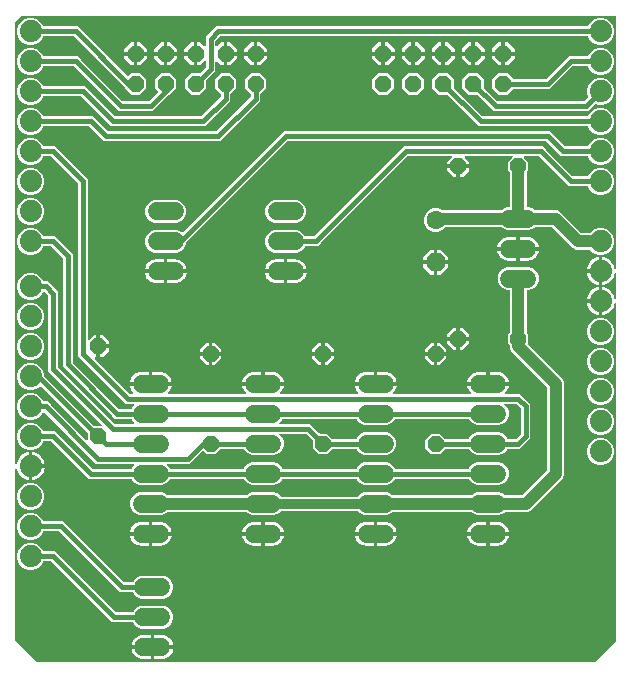
<source format=gbr>
G04 EAGLE Gerber RS-274X export*
G75*
%MOMM*%
%FSLAX34Y34*%
%LPD*%
%INBottom Copper*%
%IPPOS*%
%AMOC8*
5,1,8,0,0,1.08239X$1,22.5*%
G01*
%ADD10C,1.524000*%
%ADD11P,1.429621X8X22.500000*%
%ADD12P,1.732040X8X292.500000*%
%ADD13C,1.600200*%
%ADD14P,1.429621X8X202.500000*%
%ADD15P,1.539592X8X202.500000*%
%ADD16C,1.879600*%
%ADD17P,1.429621X8X292.500000*%
%ADD18C,1.016000*%
%ADD19C,0.254000*%
%ADD20C,0.812800*%
%ADD21C,0.406400*%

G36*
X502724Y12207D02*
X502724Y12207D01*
X502815Y12215D01*
X502845Y12227D01*
X502877Y12232D01*
X502958Y12275D01*
X503042Y12311D01*
X503074Y12337D01*
X503094Y12348D01*
X503117Y12371D01*
X503173Y12416D01*
X520984Y30227D01*
X521037Y30301D01*
X521097Y30371D01*
X521109Y30401D01*
X521128Y30427D01*
X521155Y30514D01*
X521189Y30599D01*
X521193Y30640D01*
X521200Y30662D01*
X521199Y30694D01*
X521207Y30766D01*
X521207Y314897D01*
X521197Y314960D01*
X521197Y315024D01*
X521177Y315081D01*
X521168Y315140D01*
X521138Y315196D01*
X521117Y315257D01*
X521080Y315304D01*
X521052Y315357D01*
X521006Y315401D01*
X520967Y315452D01*
X520918Y315485D01*
X520874Y315527D01*
X520816Y315554D01*
X520763Y315589D01*
X520705Y315605D01*
X520651Y315630D01*
X520587Y315637D01*
X520526Y315654D01*
X520466Y315651D01*
X520407Y315657D01*
X520344Y315644D01*
X520280Y315640D01*
X520225Y315618D01*
X520166Y315605D01*
X520111Y315572D01*
X520052Y315549D01*
X520007Y315510D01*
X519955Y315479D01*
X519914Y315430D01*
X519865Y315389D01*
X519834Y315338D01*
X519795Y315292D01*
X519771Y315233D01*
X519738Y315178D01*
X519716Y315095D01*
X519703Y315064D01*
X519701Y315040D01*
X519694Y315016D01*
X519645Y314704D01*
X519064Y312917D01*
X518211Y311243D01*
X517106Y309722D01*
X515778Y308394D01*
X514257Y307289D01*
X512583Y306436D01*
X510796Y305855D01*
X509523Y305654D01*
X509523Y316738D01*
X509520Y316758D01*
X509522Y316777D01*
X509500Y316879D01*
X509483Y316981D01*
X509474Y316998D01*
X509470Y317018D01*
X509417Y317107D01*
X509368Y317198D01*
X509354Y317212D01*
X509344Y317229D01*
X509265Y317296D01*
X509190Y317367D01*
X509172Y317376D01*
X509157Y317389D01*
X509061Y317427D01*
X508967Y317471D01*
X508947Y317473D01*
X508929Y317481D01*
X508762Y317499D01*
X507999Y317499D01*
X507999Y317501D01*
X508762Y317501D01*
X508782Y317504D01*
X508801Y317502D01*
X508903Y317524D01*
X509005Y317541D01*
X509022Y317550D01*
X509042Y317554D01*
X509131Y317607D01*
X509222Y317656D01*
X509236Y317670D01*
X509253Y317680D01*
X509320Y317759D01*
X509391Y317834D01*
X509400Y317852D01*
X509413Y317867D01*
X509452Y317963D01*
X509495Y318057D01*
X509497Y318077D01*
X509505Y318095D01*
X509523Y318262D01*
X509523Y329346D01*
X510796Y329145D01*
X512583Y328564D01*
X514257Y327711D01*
X515778Y326606D01*
X517106Y325278D01*
X518211Y323757D01*
X519064Y322083D01*
X519645Y320296D01*
X519694Y319984D01*
X519714Y319923D01*
X519725Y319860D01*
X519753Y319807D01*
X519771Y319750D01*
X519810Y319699D01*
X519840Y319643D01*
X519883Y319601D01*
X519919Y319554D01*
X519972Y319517D01*
X520018Y319473D01*
X520072Y319448D01*
X520122Y319414D01*
X520183Y319397D01*
X520241Y319370D01*
X520301Y319363D01*
X520358Y319347D01*
X520422Y319350D01*
X520485Y319343D01*
X520544Y319355D01*
X520604Y319358D01*
X520663Y319381D01*
X520726Y319395D01*
X520777Y319426D01*
X520833Y319447D01*
X520882Y319488D01*
X520937Y319521D01*
X520976Y319567D01*
X521022Y319605D01*
X521055Y319659D01*
X521097Y319708D01*
X521119Y319764D01*
X521151Y319815D01*
X521165Y319877D01*
X521189Y319936D01*
X521198Y320022D01*
X521206Y320054D01*
X521205Y320078D01*
X521207Y320103D01*
X521207Y340297D01*
X521204Y340315D01*
X521206Y340331D01*
X521197Y340374D01*
X521197Y340424D01*
X521177Y340481D01*
X521168Y340540D01*
X521156Y340561D01*
X521154Y340571D01*
X521136Y340602D01*
X521117Y340657D01*
X521080Y340704D01*
X521052Y340757D01*
X521030Y340779D01*
X521028Y340782D01*
X521010Y340798D01*
X521006Y340801D01*
X520967Y340852D01*
X520918Y340885D01*
X520874Y340927D01*
X520841Y340942D01*
X520838Y340944D01*
X520816Y340954D01*
X520763Y340989D01*
X520705Y341005D01*
X520651Y341030D01*
X520587Y341037D01*
X520526Y341054D01*
X520466Y341051D01*
X520407Y341057D01*
X520344Y341044D01*
X520280Y341040D01*
X520225Y341018D01*
X520166Y341005D01*
X520111Y340972D01*
X520052Y340949D01*
X520007Y340910D01*
X520001Y340906D01*
X519985Y340898D01*
X519983Y340895D01*
X519955Y340879D01*
X519914Y340830D01*
X519865Y340789D01*
X519836Y340742D01*
X519816Y340720D01*
X519812Y340712D01*
X519795Y340692D01*
X519771Y340633D01*
X519738Y340578D01*
X519722Y340518D01*
X519712Y340496D01*
X519710Y340482D01*
X519703Y340464D01*
X519701Y340440D01*
X519694Y340416D01*
X519645Y340104D01*
X519064Y338317D01*
X518211Y336643D01*
X517106Y335122D01*
X515778Y333794D01*
X514257Y332689D01*
X512583Y331836D01*
X510796Y331255D01*
X509523Y331054D01*
X509523Y342138D01*
X509520Y342158D01*
X509522Y342177D01*
X509500Y342279D01*
X509483Y342381D01*
X509474Y342398D01*
X509470Y342418D01*
X509417Y342507D01*
X509368Y342598D01*
X509354Y342612D01*
X509344Y342629D01*
X509265Y342696D01*
X509190Y342767D01*
X509172Y342776D01*
X509157Y342789D01*
X509061Y342827D01*
X508967Y342871D01*
X508947Y342873D01*
X508929Y342881D01*
X508762Y342899D01*
X507999Y342899D01*
X507999Y342901D01*
X508762Y342901D01*
X508782Y342904D01*
X508801Y342902D01*
X508903Y342924D01*
X509005Y342941D01*
X509022Y342950D01*
X509042Y342954D01*
X509131Y343007D01*
X509222Y343056D01*
X509236Y343070D01*
X509253Y343080D01*
X509320Y343159D01*
X509391Y343234D01*
X509400Y343252D01*
X509413Y343267D01*
X509452Y343363D01*
X509495Y343457D01*
X509497Y343477D01*
X509505Y343495D01*
X509523Y343662D01*
X509523Y354746D01*
X510796Y354545D01*
X512583Y353964D01*
X514257Y353111D01*
X515778Y352006D01*
X517106Y350678D01*
X518211Y349157D01*
X519064Y347483D01*
X519645Y345696D01*
X519694Y345384D01*
X519714Y345323D01*
X519725Y345260D01*
X519753Y345207D01*
X519771Y345150D01*
X519810Y345099D01*
X519840Y345043D01*
X519883Y345001D01*
X519919Y344954D01*
X519972Y344917D01*
X520018Y344873D01*
X520072Y344848D01*
X520122Y344814D01*
X520183Y344797D01*
X520241Y344770D01*
X520301Y344763D01*
X520358Y344747D01*
X520422Y344750D01*
X520485Y344743D01*
X520544Y344755D01*
X520604Y344758D01*
X520663Y344781D01*
X520726Y344795D01*
X520777Y344826D01*
X520833Y344847D01*
X520882Y344888D01*
X520937Y344921D01*
X520976Y344967D01*
X521022Y345005D01*
X521055Y345059D01*
X521097Y345108D01*
X521119Y345164D01*
X521151Y345215D01*
X521165Y345277D01*
X521189Y345336D01*
X521198Y345422D01*
X521206Y345454D01*
X521205Y345478D01*
X521207Y345503D01*
X521207Y558546D01*
X521204Y558566D01*
X521206Y558585D01*
X521184Y558687D01*
X521168Y558789D01*
X521158Y558806D01*
X521154Y558826D01*
X521101Y558915D01*
X521052Y559006D01*
X521038Y559020D01*
X521028Y559037D01*
X520949Y559104D01*
X520874Y559176D01*
X520856Y559184D01*
X520841Y559197D01*
X520745Y559236D01*
X520651Y559279D01*
X520631Y559281D01*
X520613Y559289D01*
X520446Y559307D01*
X18066Y559307D01*
X17976Y559293D01*
X17885Y559285D01*
X17855Y559273D01*
X17823Y559268D01*
X17742Y559225D01*
X17658Y559189D01*
X17626Y559163D01*
X17606Y559152D01*
X17583Y559129D01*
X17527Y559084D01*
X12416Y553973D01*
X12373Y553913D01*
X12332Y553870D01*
X12325Y553854D01*
X12303Y553829D01*
X12291Y553799D01*
X12272Y553773D01*
X12245Y553686D01*
X12239Y553670D01*
X12228Y553646D01*
X12228Y553641D01*
X12211Y553601D01*
X12207Y553560D01*
X12200Y553538D01*
X12201Y553506D01*
X12193Y553434D01*
X12193Y180403D01*
X12194Y180394D01*
X12194Y180390D01*
X12198Y180368D01*
X12203Y180340D01*
X12203Y180276D01*
X12223Y180219D01*
X12232Y180160D01*
X12262Y180104D01*
X12283Y180043D01*
X12320Y179996D01*
X12348Y179943D01*
X12394Y179899D01*
X12433Y179848D01*
X12483Y179815D01*
X12526Y179773D01*
X12584Y179746D01*
X12637Y179711D01*
X12695Y179695D01*
X12749Y179670D01*
X12812Y179663D01*
X12874Y179646D01*
X12934Y179649D01*
X12993Y179643D01*
X13056Y179656D01*
X13120Y179660D01*
X13175Y179682D01*
X13234Y179695D01*
X13289Y179728D01*
X13348Y179751D01*
X13394Y179790D01*
X13445Y179821D01*
X13486Y179870D01*
X13535Y179911D01*
X13566Y179962D01*
X13605Y180008D01*
X13629Y180067D01*
X13662Y180122D01*
X13684Y180205D01*
X13697Y180236D01*
X13699Y180260D01*
X13706Y180284D01*
X13755Y180596D01*
X14336Y182383D01*
X15189Y184057D01*
X16294Y185578D01*
X17622Y186906D01*
X19143Y188011D01*
X20817Y188864D01*
X22604Y189445D01*
X23877Y189646D01*
X23877Y178562D01*
X23880Y178542D01*
X23878Y178523D01*
X23900Y178421D01*
X23917Y178319D01*
X23926Y178302D01*
X23930Y178282D01*
X23983Y178193D01*
X24032Y178102D01*
X24046Y178088D01*
X24056Y178071D01*
X24135Y178004D01*
X24210Y177933D01*
X24228Y177924D01*
X24243Y177911D01*
X24339Y177873D01*
X24433Y177829D01*
X24453Y177827D01*
X24471Y177819D01*
X24638Y177801D01*
X25401Y177801D01*
X25401Y177799D01*
X24638Y177799D01*
X24618Y177796D01*
X24599Y177798D01*
X24497Y177776D01*
X24395Y177759D01*
X24378Y177750D01*
X24358Y177746D01*
X24269Y177693D01*
X24178Y177644D01*
X24164Y177630D01*
X24147Y177620D01*
X24080Y177541D01*
X24009Y177466D01*
X24000Y177448D01*
X23987Y177433D01*
X23948Y177337D01*
X23905Y177243D01*
X23903Y177223D01*
X23895Y177205D01*
X23877Y177038D01*
X23877Y165954D01*
X22604Y166155D01*
X20817Y166736D01*
X19143Y167589D01*
X17622Y168694D01*
X16294Y170022D01*
X15189Y171543D01*
X14336Y173217D01*
X13755Y175004D01*
X13706Y175316D01*
X13686Y175377D01*
X13675Y175440D01*
X13648Y175493D01*
X13629Y175550D01*
X13590Y175601D01*
X13560Y175657D01*
X13517Y175698D01*
X13481Y175746D01*
X13428Y175783D01*
X13382Y175827D01*
X13328Y175852D01*
X13278Y175886D01*
X13217Y175903D01*
X13159Y175930D01*
X13099Y175937D01*
X13042Y175953D01*
X12978Y175950D01*
X12915Y175957D01*
X12856Y175945D01*
X12796Y175942D01*
X12737Y175919D01*
X12674Y175905D01*
X12623Y175874D01*
X12567Y175853D01*
X12518Y175812D01*
X12463Y175779D01*
X12424Y175733D01*
X12378Y175695D01*
X12345Y175641D01*
X12303Y175592D01*
X12281Y175536D01*
X12249Y175485D01*
X12235Y175423D01*
X12211Y175364D01*
X12202Y175278D01*
X12194Y175246D01*
X12195Y175221D01*
X12193Y175197D01*
X12193Y30766D01*
X12207Y30676D01*
X12215Y30585D01*
X12227Y30555D01*
X12232Y30523D01*
X12275Y30442D01*
X12311Y30358D01*
X12337Y30326D01*
X12348Y30306D01*
X12371Y30283D01*
X12416Y30227D01*
X19500Y23144D01*
X19500Y23143D01*
X30227Y12416D01*
X30301Y12363D01*
X30371Y12303D01*
X30401Y12291D01*
X30427Y12272D01*
X30514Y12245D01*
X30599Y12211D01*
X30640Y12207D01*
X30662Y12200D01*
X30694Y12201D01*
X30766Y12193D01*
X502634Y12193D01*
X502724Y12207D01*
G37*
%LPC*%
G36*
X117460Y161797D02*
X117460Y161797D01*
X113912Y163267D01*
X111197Y165982D01*
X110810Y166915D01*
X110749Y167015D01*
X110689Y167115D01*
X110684Y167119D01*
X110681Y167124D01*
X110591Y167199D01*
X110502Y167275D01*
X110496Y167277D01*
X110491Y167281D01*
X110383Y167323D01*
X110274Y167367D01*
X110266Y167368D01*
X110262Y167369D01*
X110243Y167370D01*
X110107Y167385D01*
X74516Y167385D01*
X42989Y198912D01*
X42915Y198965D01*
X42846Y199025D01*
X42816Y199037D01*
X42790Y199056D01*
X42703Y199083D01*
X42618Y199117D01*
X42577Y199121D01*
X42554Y199128D01*
X42522Y199127D01*
X42451Y199135D01*
X36598Y199135D01*
X36483Y199116D01*
X36367Y199099D01*
X36361Y199097D01*
X36355Y199096D01*
X36252Y199041D01*
X36147Y198988D01*
X36143Y198983D01*
X36137Y198980D01*
X36058Y198896D01*
X35975Y198812D01*
X35971Y198806D01*
X35968Y198802D01*
X35960Y198785D01*
X35894Y198665D01*
X35090Y196725D01*
X31875Y193510D01*
X27674Y191769D01*
X23126Y191769D01*
X18925Y193510D01*
X15710Y196725D01*
X13969Y200926D01*
X13969Y205474D01*
X15710Y209675D01*
X18925Y212890D01*
X23126Y214631D01*
X27674Y214631D01*
X31875Y212890D01*
X35090Y209675D01*
X35894Y207735D01*
X35956Y207635D01*
X36016Y207535D01*
X36021Y207531D01*
X36024Y207526D01*
X36113Y207451D01*
X36203Y207375D01*
X36209Y207373D01*
X36213Y207369D01*
X36321Y207327D01*
X36431Y207283D01*
X36438Y207282D01*
X36443Y207281D01*
X36461Y207280D01*
X36598Y207265D01*
X46134Y207265D01*
X77661Y175738D01*
X77735Y175685D01*
X77804Y175625D01*
X77834Y175613D01*
X77860Y175594D01*
X77947Y175567D01*
X78032Y175533D01*
X78073Y175529D01*
X78096Y175522D01*
X78128Y175523D01*
X78199Y175515D01*
X110107Y175515D01*
X110222Y175534D01*
X110338Y175551D01*
X110344Y175553D01*
X110350Y175554D01*
X110452Y175609D01*
X110557Y175662D01*
X110562Y175667D01*
X110567Y175670D01*
X110647Y175754D01*
X110729Y175838D01*
X110733Y175844D01*
X110736Y175848D01*
X110744Y175865D01*
X110810Y175985D01*
X111197Y176918D01*
X113065Y178786D01*
X113107Y178844D01*
X113156Y178896D01*
X113178Y178943D01*
X113208Y178985D01*
X113229Y179054D01*
X113260Y179119D01*
X113265Y179171D01*
X113281Y179221D01*
X113279Y179292D01*
X113287Y179363D01*
X113276Y179414D01*
X113274Y179466D01*
X113250Y179534D01*
X113234Y179604D01*
X113208Y179649D01*
X113190Y179697D01*
X113145Y179753D01*
X113108Y179815D01*
X113069Y179849D01*
X113036Y179889D01*
X112976Y179928D01*
X112921Y179975D01*
X112873Y179994D01*
X112829Y180022D01*
X112760Y180040D01*
X112693Y180067D01*
X112622Y180075D01*
X112591Y180083D01*
X112567Y180081D01*
X112526Y180085D01*
X80866Y180085D01*
X36990Y223961D01*
X36953Y223988D01*
X36922Y224022D01*
X36854Y224059D01*
X36791Y224105D01*
X36747Y224118D01*
X36707Y224140D01*
X36630Y224154D01*
X36556Y224177D01*
X36510Y224176D01*
X36465Y224184D01*
X36387Y224173D01*
X36310Y224171D01*
X36267Y224155D01*
X36221Y224148D01*
X36152Y224113D01*
X36079Y224086D01*
X36043Y224058D01*
X36002Y224037D01*
X35947Y223981D01*
X35887Y223933D01*
X35862Y223894D01*
X35830Y223861D01*
X35764Y223741D01*
X35754Y223726D01*
X35752Y223721D01*
X35749Y223714D01*
X35090Y222125D01*
X31875Y218910D01*
X27674Y217169D01*
X23126Y217169D01*
X18925Y218910D01*
X15710Y222125D01*
X13969Y226326D01*
X13969Y230874D01*
X15710Y235075D01*
X18925Y238290D01*
X23126Y240031D01*
X27674Y240031D01*
X31875Y238290D01*
X35090Y235075D01*
X35894Y233135D01*
X35956Y233035D01*
X36016Y232935D01*
X36021Y232931D01*
X36024Y232926D01*
X36113Y232851D01*
X36203Y232775D01*
X36209Y232773D01*
X36213Y232769D01*
X36321Y232727D01*
X36431Y232683D01*
X36438Y232682D01*
X36443Y232681D01*
X36461Y232680D01*
X36598Y232665D01*
X39784Y232665D01*
X42388Y230061D01*
X72614Y199835D01*
X72672Y199793D01*
X72724Y199743D01*
X72771Y199721D01*
X72813Y199691D01*
X72882Y199670D01*
X72947Y199640D01*
X72999Y199634D01*
X73049Y199619D01*
X73120Y199621D01*
X73191Y199613D01*
X73242Y199624D01*
X73294Y199625D01*
X73362Y199650D01*
X73432Y199665D01*
X73477Y199692D01*
X73525Y199710D01*
X73581Y199754D01*
X73643Y199791D01*
X73677Y199831D01*
X73717Y199863D01*
X73756Y199924D01*
X73803Y199978D01*
X73822Y200026D01*
X73850Y200070D01*
X73868Y200140D01*
X73895Y200206D01*
X73903Y200278D01*
X73911Y200309D01*
X73909Y200332D01*
X73913Y200373D01*
X73913Y205773D01*
X73899Y205863D01*
X73891Y205954D01*
X73879Y205984D01*
X73874Y206016D01*
X73831Y206096D01*
X73795Y206180D01*
X73769Y206212D01*
X73758Y206233D01*
X73735Y206255D01*
X73690Y206311D01*
X34322Y245680D01*
X34306Y245691D01*
X34293Y245707D01*
X34229Y245749D01*
X34185Y245786D01*
X34160Y245796D01*
X34122Y245823D01*
X34103Y245829D01*
X34086Y245840D01*
X33992Y245864D01*
X33957Y245878D01*
X33938Y245880D01*
X33887Y245896D01*
X33867Y245895D01*
X33848Y245900D01*
X33795Y245896D01*
X33790Y245896D01*
X33777Y245896D01*
X33755Y245893D01*
X33745Y245892D01*
X33641Y245889D01*
X33622Y245882D01*
X33603Y245881D01*
X33553Y245860D01*
X33535Y245857D01*
X33496Y245836D01*
X33410Y245805D01*
X33394Y245792D01*
X33376Y245785D01*
X33333Y245750D01*
X33317Y245742D01*
X33300Y245724D01*
X33245Y245680D01*
X31875Y244310D01*
X27674Y242569D01*
X23126Y242569D01*
X18925Y244310D01*
X15710Y247525D01*
X13969Y251726D01*
X13969Y256274D01*
X15710Y260475D01*
X18925Y263690D01*
X23126Y265431D01*
X27674Y265431D01*
X31875Y263690D01*
X35090Y260475D01*
X36831Y256274D01*
X36831Y254983D01*
X36845Y254893D01*
X36853Y254802D01*
X36865Y254772D01*
X36870Y254740D01*
X36913Y254660D01*
X36949Y254576D01*
X36975Y254544D01*
X36986Y254523D01*
X37009Y254501D01*
X37054Y254445D01*
X79439Y212060D01*
X79513Y212007D01*
X79582Y211947D01*
X79612Y211935D01*
X79638Y211916D01*
X79725Y211889D01*
X79810Y211855D01*
X79851Y211851D01*
X79874Y211844D01*
X79906Y211845D01*
X79977Y211837D01*
X85377Y211837D01*
X85448Y211848D01*
X85520Y211850D01*
X85568Y211868D01*
X85620Y211876D01*
X85683Y211910D01*
X85751Y211935D01*
X85791Y211967D01*
X85837Y211992D01*
X85887Y212044D01*
X85943Y212088D01*
X85971Y212132D01*
X86007Y212170D01*
X86037Y212235D01*
X86076Y212295D01*
X86088Y212346D01*
X86110Y212393D01*
X86118Y212464D01*
X86136Y212534D01*
X86132Y212586D01*
X86137Y212637D01*
X86122Y212708D01*
X86116Y212779D01*
X86096Y212827D01*
X86085Y212878D01*
X86048Y212939D01*
X86020Y213005D01*
X85975Y213061D01*
X85959Y213089D01*
X85941Y213104D01*
X85915Y213136D01*
X42989Y256062D01*
X40385Y258666D01*
X40385Y321851D01*
X40371Y321941D01*
X40363Y322032D01*
X40351Y322062D01*
X40346Y322094D01*
X40303Y322174D01*
X40267Y322258D01*
X40241Y322291D01*
X40230Y322311D01*
X40207Y322333D01*
X40162Y322389D01*
X36990Y325561D01*
X36953Y325588D01*
X36922Y325622D01*
X36854Y325659D01*
X36791Y325705D01*
X36747Y325718D01*
X36707Y325740D01*
X36630Y325754D01*
X36556Y325777D01*
X36510Y325776D01*
X36465Y325784D01*
X36387Y325773D01*
X36310Y325771D01*
X36267Y325755D01*
X36221Y325748D01*
X36152Y325713D01*
X36079Y325686D01*
X36043Y325658D01*
X36002Y325637D01*
X35947Y325581D01*
X35887Y325533D01*
X35862Y325494D01*
X35830Y325461D01*
X35764Y325341D01*
X35754Y325326D01*
X35752Y325321D01*
X35749Y325314D01*
X35090Y323725D01*
X31875Y320510D01*
X27674Y318769D01*
X23126Y318769D01*
X18925Y320510D01*
X15710Y323725D01*
X13969Y327926D01*
X13969Y332474D01*
X15710Y336675D01*
X18925Y339890D01*
X23126Y341631D01*
X27674Y341631D01*
X31875Y339890D01*
X35090Y336675D01*
X35894Y334735D01*
X35956Y334635D01*
X36016Y334535D01*
X36021Y334531D01*
X36024Y334526D01*
X36113Y334451D01*
X36203Y334375D01*
X36209Y334373D01*
X36213Y334369D01*
X36321Y334327D01*
X36431Y334283D01*
X36438Y334282D01*
X36443Y334281D01*
X36461Y334280D01*
X36598Y334265D01*
X39784Y334265D01*
X48515Y325534D01*
X48515Y262349D01*
X48529Y262259D01*
X48537Y262168D01*
X48549Y262138D01*
X48554Y262106D01*
X48597Y262026D01*
X48633Y261942D01*
X48659Y261910D01*
X48670Y261889D01*
X48693Y261867D01*
X48738Y261811D01*
X96711Y213838D01*
X96785Y213785D01*
X96854Y213725D01*
X96884Y213713D01*
X96910Y213694D01*
X96997Y213667D01*
X97082Y213633D01*
X97123Y213629D01*
X97146Y213622D01*
X97178Y213623D01*
X97249Y213615D01*
X112526Y213615D01*
X112597Y213626D01*
X112669Y213628D01*
X112718Y213646D01*
X112769Y213654D01*
X112833Y213688D01*
X112900Y213713D01*
X112941Y213745D01*
X112987Y213770D01*
X113036Y213822D01*
X113092Y213866D01*
X113120Y213910D01*
X113156Y213948D01*
X113186Y214013D01*
X113225Y214073D01*
X113238Y214124D01*
X113260Y214171D01*
X113267Y214242D01*
X113285Y214312D01*
X113281Y214364D01*
X113287Y214415D01*
X113271Y214486D01*
X113266Y214557D01*
X113246Y214605D01*
X113234Y214656D01*
X113198Y214717D01*
X113170Y214783D01*
X113125Y214839D01*
X113108Y214867D01*
X113090Y214882D01*
X113065Y214914D01*
X111197Y216782D01*
X110810Y217715D01*
X110749Y217814D01*
X110689Y217915D01*
X110684Y217919D01*
X110681Y217924D01*
X110591Y217999D01*
X110502Y218075D01*
X110496Y218077D01*
X110491Y218081D01*
X110383Y218123D01*
X110274Y218167D01*
X110266Y218168D01*
X110262Y218169D01*
X110243Y218170D01*
X110107Y218185D01*
X100277Y218185D01*
X100195Y218172D01*
X98285Y218185D01*
X98283Y218185D01*
X98280Y218185D01*
X96598Y218185D01*
X95414Y219386D01*
X95412Y219387D01*
X95410Y219390D01*
X94089Y220710D01*
X94078Y220731D01*
X94056Y220752D01*
X94014Y220805D01*
X54265Y261116D01*
X54264Y261118D01*
X54262Y261120D01*
X53073Y262308D01*
X53085Y263993D01*
X53085Y263995D01*
X53085Y263999D01*
X53085Y353601D01*
X53071Y353691D01*
X53063Y353782D01*
X53051Y353812D01*
X53046Y353844D01*
X53003Y353924D01*
X52967Y354008D01*
X52941Y354040D01*
X52930Y354061D01*
X52907Y354083D01*
X52862Y354139D01*
X42989Y364012D01*
X42915Y364065D01*
X42846Y364125D01*
X42816Y364137D01*
X42790Y364156D01*
X42703Y364183D01*
X42618Y364217D01*
X42577Y364221D01*
X42554Y364228D01*
X42522Y364227D01*
X42451Y364235D01*
X36598Y364235D01*
X36483Y364216D01*
X36367Y364199D01*
X36361Y364197D01*
X36355Y364196D01*
X36252Y364141D01*
X36147Y364088D01*
X36143Y364083D01*
X36137Y364080D01*
X36058Y363996D01*
X35975Y363912D01*
X35971Y363906D01*
X35968Y363902D01*
X35960Y363885D01*
X35894Y363765D01*
X35090Y361825D01*
X31875Y358610D01*
X27674Y356869D01*
X23126Y356869D01*
X18925Y358610D01*
X15710Y361825D01*
X13969Y366026D01*
X13969Y370574D01*
X15710Y374775D01*
X18925Y377990D01*
X23126Y379731D01*
X27674Y379731D01*
X31875Y377990D01*
X35090Y374775D01*
X35894Y372835D01*
X35956Y372735D01*
X36016Y372635D01*
X36021Y372631D01*
X36024Y372626D01*
X36113Y372551D01*
X36203Y372475D01*
X36209Y372473D01*
X36213Y372469D01*
X36321Y372427D01*
X36431Y372383D01*
X36438Y372382D01*
X36443Y372381D01*
X36461Y372380D01*
X36598Y372365D01*
X46134Y372365D01*
X61215Y357284D01*
X61215Y265959D01*
X61229Y265872D01*
X61235Y265784D01*
X61249Y265751D01*
X61254Y265717D01*
X61296Y265639D01*
X61330Y265557D01*
X61358Y265521D01*
X61370Y265499D01*
X61392Y265478D01*
X61434Y265425D01*
X99775Y226541D01*
X99851Y226486D01*
X99922Y226425D01*
X99950Y226414D01*
X99974Y226397D01*
X100063Y226368D01*
X100150Y226333D01*
X100187Y226329D01*
X100208Y226323D01*
X100241Y226323D01*
X100317Y226315D01*
X110107Y226315D01*
X110222Y226334D01*
X110338Y226351D01*
X110344Y226353D01*
X110350Y226354D01*
X110452Y226409D01*
X110557Y226462D01*
X110562Y226467D01*
X110567Y226470D01*
X110647Y226554D01*
X110729Y226638D01*
X110733Y226644D01*
X110736Y226648D01*
X110744Y226665D01*
X110810Y226785D01*
X111197Y227718D01*
X113065Y229586D01*
X113107Y229644D01*
X113156Y229696D01*
X113178Y229743D01*
X113208Y229785D01*
X113229Y229854D01*
X113260Y229919D01*
X113265Y229971D01*
X113281Y230021D01*
X113279Y230092D01*
X113287Y230163D01*
X113276Y230214D01*
X113274Y230266D01*
X113250Y230334D01*
X113234Y230404D01*
X113208Y230449D01*
X113190Y230497D01*
X113145Y230553D01*
X113108Y230615D01*
X113069Y230649D01*
X113036Y230689D01*
X112976Y230728D01*
X112921Y230775D01*
X112873Y230794D01*
X112829Y230822D01*
X112760Y230840D01*
X112693Y230867D01*
X112622Y230875D01*
X112591Y230883D01*
X112567Y230881D01*
X112526Y230885D01*
X106266Y230885D01*
X65785Y271366D01*
X65785Y417101D01*
X65771Y417191D01*
X65763Y417282D01*
X65751Y417312D01*
X65746Y417344D01*
X65703Y417424D01*
X65667Y417508D01*
X65641Y417540D01*
X65630Y417561D01*
X65607Y417583D01*
X65562Y417639D01*
X42989Y440212D01*
X42915Y440265D01*
X42846Y440325D01*
X42816Y440337D01*
X42790Y440356D01*
X42703Y440383D01*
X42618Y440417D01*
X42577Y440421D01*
X42554Y440428D01*
X42522Y440427D01*
X42451Y440435D01*
X36598Y440435D01*
X36483Y440416D01*
X36367Y440399D01*
X36361Y440397D01*
X36355Y440396D01*
X36252Y440341D01*
X36147Y440288D01*
X36143Y440283D01*
X36137Y440280D01*
X36058Y440196D01*
X35975Y440112D01*
X35971Y440106D01*
X35968Y440102D01*
X35960Y440085D01*
X35894Y439965D01*
X35090Y438025D01*
X31875Y434810D01*
X27674Y433069D01*
X23126Y433069D01*
X18925Y434810D01*
X15710Y438025D01*
X13969Y442226D01*
X13969Y446774D01*
X15710Y450975D01*
X18925Y454190D01*
X23126Y455931D01*
X27674Y455931D01*
X31875Y454190D01*
X35090Y450975D01*
X35894Y449035D01*
X35956Y448935D01*
X36016Y448835D01*
X36021Y448831D01*
X36024Y448826D01*
X36113Y448751D01*
X36203Y448675D01*
X36209Y448673D01*
X36213Y448669D01*
X36321Y448627D01*
X36431Y448583D01*
X36438Y448582D01*
X36443Y448581D01*
X36461Y448580D01*
X36598Y448565D01*
X46134Y448565D01*
X73915Y420784D01*
X73915Y285535D01*
X73926Y285464D01*
X73928Y285393D01*
X73946Y285344D01*
X73954Y285292D01*
X73988Y285229D01*
X74013Y285162D01*
X74045Y285121D01*
X74070Y285075D01*
X74122Y285026D01*
X74166Y284970D01*
X74210Y284941D01*
X74248Y284906D01*
X74313Y284875D01*
X74373Y284837D01*
X74424Y284824D01*
X74471Y284802D01*
X74542Y284794D01*
X74612Y284777D01*
X74664Y284781D01*
X74715Y284775D01*
X74786Y284790D01*
X74857Y284796D01*
X74905Y284816D01*
X74956Y284827D01*
X75017Y284864D01*
X75083Y284892D01*
X75139Y284937D01*
X75167Y284953D01*
X75182Y284971D01*
X75214Y284997D01*
X78762Y288545D01*
X81027Y288545D01*
X81027Y280162D01*
X81030Y280142D01*
X81028Y280123D01*
X81050Y280021D01*
X81067Y279919D01*
X81076Y279902D01*
X81080Y279882D01*
X81133Y279793D01*
X81182Y279702D01*
X81196Y279688D01*
X81206Y279671D01*
X81285Y279604D01*
X81360Y279533D01*
X81378Y279524D01*
X81393Y279511D01*
X81489Y279473D01*
X81583Y279429D01*
X81603Y279427D01*
X81621Y279419D01*
X81788Y279401D01*
X82551Y279401D01*
X82551Y279399D01*
X81788Y279399D01*
X81768Y279396D01*
X81749Y279398D01*
X81647Y279376D01*
X81545Y279359D01*
X81528Y279350D01*
X81508Y279346D01*
X81419Y279293D01*
X81328Y279244D01*
X81314Y279230D01*
X81297Y279220D01*
X81230Y279141D01*
X81159Y279066D01*
X81150Y279048D01*
X81137Y279033D01*
X81098Y278937D01*
X81055Y278843D01*
X81053Y278823D01*
X81045Y278805D01*
X81027Y278638D01*
X81027Y270255D01*
X80231Y270255D01*
X80160Y270244D01*
X80088Y270242D01*
X80040Y270224D01*
X79988Y270216D01*
X79925Y270182D01*
X79857Y270157D01*
X79817Y270125D01*
X79771Y270100D01*
X79721Y270048D01*
X79665Y270004D01*
X79637Y269960D01*
X79601Y269922D01*
X79571Y269857D01*
X79532Y269797D01*
X79520Y269746D01*
X79498Y269699D01*
X79490Y269628D01*
X79472Y269558D01*
X79476Y269506D01*
X79471Y269455D01*
X79486Y269384D01*
X79492Y269313D01*
X79512Y269265D01*
X79523Y269214D01*
X79560Y269153D01*
X79588Y269087D01*
X79633Y269031D01*
X79649Y269003D01*
X79667Y268988D01*
X79693Y268956D01*
X109411Y239238D01*
X109485Y239185D01*
X109554Y239125D01*
X109584Y239113D01*
X109610Y239094D01*
X109697Y239067D01*
X109782Y239033D01*
X109823Y239029D01*
X109846Y239022D01*
X109878Y239023D01*
X109949Y239015D01*
X111808Y239015D01*
X111879Y239026D01*
X111950Y239028D01*
X111999Y239046D01*
X112051Y239054D01*
X112114Y239088D01*
X112181Y239113D01*
X112222Y239145D01*
X112268Y239170D01*
X112317Y239222D01*
X112373Y239266D01*
X112402Y239310D01*
X112438Y239348D01*
X112468Y239413D01*
X112506Y239473D01*
X112519Y239524D01*
X112541Y239571D01*
X112549Y239642D01*
X112567Y239712D01*
X112562Y239764D01*
X112568Y239815D01*
X112553Y239886D01*
X112547Y239957D01*
X112527Y240005D01*
X112516Y240056D01*
X112479Y240117D01*
X112451Y240183D01*
X112406Y240239D01*
X112390Y240267D01*
X112372Y240282D01*
X112346Y240314D01*
X111630Y241031D01*
X110690Y242325D01*
X109964Y243750D01*
X109469Y245271D01*
X109334Y246127D01*
X126238Y246127D01*
X126258Y246130D01*
X126277Y246128D01*
X126379Y246150D01*
X126481Y246167D01*
X126498Y246176D01*
X126518Y246180D01*
X126607Y246233D01*
X126698Y246282D01*
X126712Y246296D01*
X126729Y246306D01*
X126796Y246385D01*
X126867Y246460D01*
X126876Y246478D01*
X126889Y246493D01*
X126927Y246589D01*
X126971Y246683D01*
X126973Y246703D01*
X126981Y246721D01*
X126999Y246888D01*
X126999Y247651D01*
X127001Y247651D01*
X127001Y246888D01*
X127004Y246868D01*
X127002Y246849D01*
X127024Y246747D01*
X127041Y246645D01*
X127050Y246628D01*
X127054Y246608D01*
X127107Y246519D01*
X127156Y246428D01*
X127170Y246414D01*
X127180Y246397D01*
X127259Y246330D01*
X127334Y246259D01*
X127352Y246250D01*
X127367Y246237D01*
X127463Y246198D01*
X127557Y246155D01*
X127577Y246153D01*
X127595Y246145D01*
X127762Y246127D01*
X144666Y246127D01*
X144531Y245271D01*
X144036Y243750D01*
X143310Y242325D01*
X142370Y241031D01*
X141654Y240314D01*
X141612Y240256D01*
X141562Y240204D01*
X141541Y240157D01*
X141510Y240115D01*
X141489Y240046D01*
X141459Y239981D01*
X141453Y239929D01*
X141438Y239879D01*
X141440Y239808D01*
X141432Y239737D01*
X141443Y239686D01*
X141444Y239634D01*
X141469Y239566D01*
X141484Y239496D01*
X141511Y239451D01*
X141529Y239403D01*
X141573Y239347D01*
X141610Y239285D01*
X141650Y239251D01*
X141682Y239211D01*
X141743Y239172D01*
X141797Y239125D01*
X141845Y239106D01*
X141889Y239078D01*
X141959Y239060D01*
X142025Y239033D01*
X142097Y239025D01*
X142128Y239017D01*
X142151Y239019D01*
X142192Y239015D01*
X207058Y239015D01*
X207129Y239026D01*
X207200Y239028D01*
X207249Y239046D01*
X207301Y239054D01*
X207364Y239088D01*
X207431Y239113D01*
X207472Y239145D01*
X207518Y239170D01*
X207567Y239222D01*
X207623Y239266D01*
X207652Y239310D01*
X207688Y239348D01*
X207718Y239413D01*
X207756Y239473D01*
X207769Y239524D01*
X207791Y239571D01*
X207799Y239642D01*
X207817Y239712D01*
X207812Y239764D01*
X207818Y239815D01*
X207803Y239886D01*
X207797Y239957D01*
X207777Y240005D01*
X207766Y240056D01*
X207729Y240117D01*
X207701Y240183D01*
X207656Y240239D01*
X207640Y240267D01*
X207622Y240282D01*
X207596Y240314D01*
X206880Y241031D01*
X205940Y242325D01*
X205214Y243750D01*
X204719Y245271D01*
X204584Y246127D01*
X221488Y246127D01*
X221508Y246130D01*
X221527Y246128D01*
X221629Y246150D01*
X221731Y246167D01*
X221748Y246176D01*
X221768Y246180D01*
X221857Y246233D01*
X221948Y246282D01*
X221962Y246296D01*
X221979Y246306D01*
X222046Y246385D01*
X222117Y246460D01*
X222126Y246478D01*
X222139Y246493D01*
X222177Y246589D01*
X222221Y246683D01*
X222223Y246703D01*
X222231Y246721D01*
X222249Y246888D01*
X222249Y247651D01*
X222251Y247651D01*
X222251Y246888D01*
X222254Y246868D01*
X222252Y246849D01*
X222274Y246747D01*
X222291Y246645D01*
X222300Y246628D01*
X222304Y246608D01*
X222357Y246519D01*
X222406Y246428D01*
X222420Y246414D01*
X222430Y246397D01*
X222509Y246330D01*
X222584Y246259D01*
X222602Y246250D01*
X222617Y246237D01*
X222713Y246198D01*
X222807Y246155D01*
X222827Y246153D01*
X222845Y246145D01*
X223012Y246127D01*
X239916Y246127D01*
X239781Y245271D01*
X239286Y243750D01*
X238560Y242325D01*
X237620Y241031D01*
X236904Y240314D01*
X236862Y240256D01*
X236812Y240204D01*
X236791Y240157D01*
X236760Y240115D01*
X236739Y240046D01*
X236709Y239981D01*
X236703Y239929D01*
X236688Y239879D01*
X236690Y239808D01*
X236682Y239737D01*
X236693Y239686D01*
X236694Y239634D01*
X236719Y239566D01*
X236734Y239496D01*
X236761Y239451D01*
X236779Y239403D01*
X236823Y239347D01*
X236860Y239285D01*
X236900Y239251D01*
X236932Y239211D01*
X236993Y239172D01*
X237047Y239125D01*
X237095Y239106D01*
X237139Y239078D01*
X237209Y239060D01*
X237275Y239033D01*
X237347Y239025D01*
X237378Y239017D01*
X237401Y239019D01*
X237442Y239015D01*
X302308Y239015D01*
X302379Y239026D01*
X302450Y239028D01*
X302499Y239046D01*
X302551Y239054D01*
X302614Y239088D01*
X302681Y239113D01*
X302722Y239145D01*
X302768Y239170D01*
X302817Y239222D01*
X302873Y239266D01*
X302902Y239310D01*
X302938Y239348D01*
X302968Y239413D01*
X303006Y239473D01*
X303019Y239524D01*
X303041Y239571D01*
X303049Y239642D01*
X303067Y239712D01*
X303062Y239764D01*
X303068Y239815D01*
X303053Y239886D01*
X303047Y239957D01*
X303027Y240005D01*
X303016Y240056D01*
X302979Y240117D01*
X302951Y240183D01*
X302906Y240239D01*
X302890Y240267D01*
X302872Y240282D01*
X302846Y240314D01*
X302130Y241031D01*
X301190Y242325D01*
X300464Y243750D01*
X299969Y245271D01*
X299834Y246127D01*
X316738Y246127D01*
X316758Y246130D01*
X316777Y246128D01*
X316879Y246150D01*
X316981Y246167D01*
X316998Y246176D01*
X317018Y246180D01*
X317107Y246233D01*
X317198Y246282D01*
X317212Y246296D01*
X317229Y246306D01*
X317296Y246385D01*
X317367Y246460D01*
X317376Y246478D01*
X317389Y246493D01*
X317427Y246589D01*
X317471Y246683D01*
X317473Y246703D01*
X317481Y246721D01*
X317499Y246888D01*
X317499Y247651D01*
X317501Y247651D01*
X317501Y246888D01*
X317504Y246868D01*
X317502Y246849D01*
X317524Y246747D01*
X317541Y246645D01*
X317550Y246628D01*
X317554Y246608D01*
X317607Y246519D01*
X317656Y246428D01*
X317670Y246414D01*
X317680Y246397D01*
X317759Y246330D01*
X317834Y246259D01*
X317852Y246250D01*
X317867Y246237D01*
X317963Y246198D01*
X318057Y246155D01*
X318077Y246153D01*
X318095Y246145D01*
X318262Y246127D01*
X335166Y246127D01*
X335031Y245271D01*
X334536Y243750D01*
X333810Y242325D01*
X332870Y241031D01*
X332154Y240314D01*
X332112Y240256D01*
X332062Y240204D01*
X332041Y240157D01*
X332010Y240115D01*
X331989Y240046D01*
X331959Y239981D01*
X331953Y239929D01*
X331938Y239879D01*
X331940Y239808D01*
X331932Y239737D01*
X331943Y239686D01*
X331944Y239634D01*
X331969Y239566D01*
X331984Y239496D01*
X332011Y239451D01*
X332029Y239403D01*
X332073Y239347D01*
X332110Y239285D01*
X332150Y239251D01*
X332182Y239211D01*
X332243Y239172D01*
X332297Y239125D01*
X332345Y239106D01*
X332389Y239078D01*
X332459Y239060D01*
X332525Y239033D01*
X332597Y239025D01*
X332628Y239017D01*
X332651Y239019D01*
X332692Y239015D01*
X397558Y239015D01*
X397629Y239026D01*
X397700Y239028D01*
X397749Y239046D01*
X397801Y239054D01*
X397864Y239088D01*
X397931Y239113D01*
X397972Y239145D01*
X398018Y239170D01*
X398067Y239222D01*
X398123Y239266D01*
X398152Y239310D01*
X398188Y239348D01*
X398218Y239413D01*
X398256Y239473D01*
X398269Y239524D01*
X398291Y239571D01*
X398299Y239642D01*
X398317Y239712D01*
X398312Y239764D01*
X398318Y239815D01*
X398303Y239886D01*
X398297Y239957D01*
X398277Y240005D01*
X398266Y240056D01*
X398229Y240117D01*
X398201Y240183D01*
X398156Y240239D01*
X398140Y240267D01*
X398122Y240282D01*
X398096Y240314D01*
X397380Y241031D01*
X396440Y242325D01*
X395714Y243750D01*
X395219Y245271D01*
X395084Y246127D01*
X411988Y246127D01*
X412008Y246130D01*
X412027Y246128D01*
X412129Y246150D01*
X412231Y246167D01*
X412248Y246176D01*
X412268Y246180D01*
X412357Y246233D01*
X412448Y246282D01*
X412462Y246296D01*
X412479Y246306D01*
X412546Y246385D01*
X412617Y246460D01*
X412626Y246478D01*
X412639Y246493D01*
X412677Y246589D01*
X412721Y246683D01*
X412723Y246703D01*
X412731Y246721D01*
X412749Y246888D01*
X412749Y247651D01*
X412751Y247651D01*
X412751Y246888D01*
X412754Y246868D01*
X412752Y246849D01*
X412774Y246747D01*
X412791Y246645D01*
X412800Y246628D01*
X412804Y246608D01*
X412857Y246519D01*
X412906Y246428D01*
X412920Y246414D01*
X412930Y246397D01*
X413009Y246330D01*
X413084Y246259D01*
X413102Y246250D01*
X413117Y246237D01*
X413213Y246198D01*
X413307Y246155D01*
X413327Y246153D01*
X413345Y246145D01*
X413512Y246127D01*
X430416Y246127D01*
X430281Y245271D01*
X429786Y243750D01*
X429060Y242325D01*
X428120Y241031D01*
X427404Y240314D01*
X427362Y240256D01*
X427312Y240204D01*
X427291Y240157D01*
X427260Y240115D01*
X427239Y240046D01*
X427209Y239981D01*
X427203Y239929D01*
X427188Y239879D01*
X427190Y239808D01*
X427182Y239737D01*
X427193Y239686D01*
X427194Y239634D01*
X427219Y239566D01*
X427234Y239496D01*
X427261Y239451D01*
X427279Y239403D01*
X427323Y239347D01*
X427360Y239285D01*
X427400Y239251D01*
X427432Y239211D01*
X427493Y239172D01*
X427547Y239125D01*
X427595Y239106D01*
X427639Y239078D01*
X427709Y239060D01*
X427775Y239033D01*
X427847Y239025D01*
X427878Y239017D01*
X427901Y239019D01*
X427942Y239015D01*
X439834Y239015D01*
X448565Y230284D01*
X448565Y201516D01*
X439834Y192785D01*
X429643Y192785D01*
X429528Y192766D01*
X429412Y192749D01*
X429406Y192747D01*
X429400Y192746D01*
X429298Y192691D01*
X429193Y192638D01*
X429188Y192633D01*
X429183Y192630D01*
X429103Y192546D01*
X429021Y192462D01*
X429017Y192456D01*
X429014Y192452D01*
X429006Y192435D01*
X428940Y192315D01*
X428553Y191382D01*
X425838Y188667D01*
X422290Y187197D01*
X403210Y187197D01*
X399662Y188667D01*
X396947Y191382D01*
X396560Y192315D01*
X396499Y192414D01*
X396439Y192515D01*
X396434Y192519D01*
X396431Y192524D01*
X396341Y192599D01*
X396252Y192675D01*
X396246Y192677D01*
X396241Y192681D01*
X396133Y192723D01*
X396024Y192767D01*
X396016Y192768D01*
X396012Y192769D01*
X395993Y192770D01*
X395857Y192785D01*
X376765Y192785D01*
X376675Y192771D01*
X376584Y192763D01*
X376554Y192751D01*
X376522Y192746D01*
X376441Y192703D01*
X376357Y192667D01*
X376325Y192641D01*
X376305Y192630D01*
X376282Y192607D01*
X376226Y192562D01*
X371877Y188213D01*
X364723Y188213D01*
X359663Y193273D01*
X359663Y200427D01*
X364723Y205487D01*
X371877Y205487D01*
X376226Y201138D01*
X376300Y201085D01*
X376370Y201025D01*
X376400Y201013D01*
X376426Y200994D01*
X376513Y200967D01*
X376598Y200933D01*
X376639Y200929D01*
X376661Y200922D01*
X376693Y200923D01*
X376765Y200915D01*
X395857Y200915D01*
X395972Y200934D01*
X396088Y200951D01*
X396094Y200953D01*
X396100Y200954D01*
X396202Y201009D01*
X396307Y201062D01*
X396312Y201067D01*
X396317Y201070D01*
X396397Y201154D01*
X396479Y201238D01*
X396483Y201244D01*
X396486Y201248D01*
X396494Y201265D01*
X396560Y201385D01*
X396947Y202318D01*
X399662Y205033D01*
X403210Y206503D01*
X422290Y206503D01*
X425838Y205033D01*
X428553Y202318D01*
X428940Y201385D01*
X429001Y201285D01*
X429061Y201185D01*
X429066Y201181D01*
X429069Y201176D01*
X429159Y201101D01*
X429248Y201025D01*
X429254Y201023D01*
X429259Y201019D01*
X429367Y200977D01*
X429476Y200933D01*
X429484Y200932D01*
X429488Y200931D01*
X429507Y200930D01*
X429643Y200915D01*
X436151Y200915D01*
X436241Y200929D01*
X436332Y200937D01*
X436362Y200949D01*
X436394Y200954D01*
X436474Y200997D01*
X436558Y201033D01*
X436590Y201059D01*
X436611Y201070D01*
X436633Y201093D01*
X436689Y201138D01*
X440212Y204661D01*
X440265Y204735D01*
X440325Y204804D01*
X440337Y204834D01*
X440356Y204860D01*
X440383Y204947D01*
X440417Y205032D01*
X440421Y205073D01*
X440428Y205096D01*
X440427Y205128D01*
X440435Y205199D01*
X440435Y226601D01*
X440421Y226691D01*
X440413Y226782D01*
X440401Y226812D01*
X440396Y226844D01*
X440353Y226924D01*
X440317Y227008D01*
X440291Y227040D01*
X440280Y227061D01*
X440257Y227083D01*
X440212Y227139D01*
X436689Y230662D01*
X436615Y230715D01*
X436546Y230775D01*
X436516Y230787D01*
X436490Y230806D01*
X436403Y230833D01*
X436318Y230867D01*
X436277Y230871D01*
X436254Y230878D01*
X436222Y230877D01*
X436151Y230885D01*
X427224Y230885D01*
X427153Y230874D01*
X427081Y230872D01*
X427032Y230854D01*
X426981Y230846D01*
X426917Y230812D01*
X426850Y230787D01*
X426809Y230755D01*
X426763Y230730D01*
X426714Y230678D01*
X426658Y230634D01*
X426630Y230590D01*
X426594Y230552D01*
X426564Y230487D01*
X426525Y230427D01*
X426512Y230376D01*
X426490Y230329D01*
X426483Y230258D01*
X426465Y230188D01*
X426469Y230136D01*
X426463Y230085D01*
X426479Y230014D01*
X426484Y229943D01*
X426504Y229895D01*
X426516Y229844D01*
X426552Y229783D01*
X426580Y229717D01*
X426625Y229661D01*
X426642Y229633D01*
X426660Y229618D01*
X426685Y229586D01*
X428553Y227718D01*
X430023Y224170D01*
X430023Y220330D01*
X428553Y216782D01*
X425838Y214067D01*
X422290Y212597D01*
X403210Y212597D01*
X399662Y214067D01*
X396947Y216782D01*
X396560Y217715D01*
X396499Y217814D01*
X396439Y217915D01*
X396434Y217919D01*
X396431Y217924D01*
X396341Y217999D01*
X396252Y218075D01*
X396246Y218077D01*
X396241Y218081D01*
X396133Y218123D01*
X396024Y218167D01*
X396016Y218168D01*
X396012Y218169D01*
X395993Y218170D01*
X395857Y218185D01*
X334393Y218185D01*
X334278Y218166D01*
X334162Y218149D01*
X334156Y218147D01*
X334150Y218146D01*
X334048Y218091D01*
X333943Y218038D01*
X333938Y218033D01*
X333933Y218030D01*
X333853Y217946D01*
X333771Y217862D01*
X333767Y217856D01*
X333764Y217852D01*
X333756Y217835D01*
X333690Y217715D01*
X333303Y216782D01*
X330588Y214067D01*
X327040Y212597D01*
X307960Y212597D01*
X304412Y214067D01*
X301697Y216782D01*
X301310Y217715D01*
X301249Y217814D01*
X301189Y217915D01*
X301184Y217919D01*
X301181Y217924D01*
X301091Y217999D01*
X301002Y218075D01*
X300996Y218077D01*
X300991Y218081D01*
X300883Y218123D01*
X300774Y218167D01*
X300766Y218168D01*
X300762Y218169D01*
X300743Y218170D01*
X300607Y218185D01*
X239143Y218185D01*
X239028Y218166D01*
X238912Y218149D01*
X238906Y218147D01*
X238900Y218146D01*
X238798Y218091D01*
X238693Y218038D01*
X238688Y218033D01*
X238683Y218030D01*
X238603Y217946D01*
X238521Y217862D01*
X238517Y217856D01*
X238514Y217852D01*
X238506Y217835D01*
X238440Y217715D01*
X238053Y216782D01*
X236185Y214914D01*
X236143Y214856D01*
X236094Y214804D01*
X236072Y214757D01*
X236042Y214715D01*
X236021Y214646D01*
X235990Y214581D01*
X235985Y214529D01*
X235969Y214479D01*
X235971Y214408D01*
X235963Y214337D01*
X235974Y214286D01*
X235976Y214234D01*
X236000Y214166D01*
X236016Y214096D01*
X236042Y214051D01*
X236060Y214003D01*
X236105Y213947D01*
X236142Y213885D01*
X236181Y213851D01*
X236214Y213811D01*
X236274Y213772D01*
X236329Y213725D01*
X236377Y213706D01*
X236421Y213678D01*
X236490Y213660D01*
X236557Y213633D01*
X236628Y213625D01*
X236659Y213617D01*
X236683Y213619D01*
X236724Y213615D01*
X262034Y213615D01*
X264638Y211011D01*
X269939Y205710D01*
X270013Y205657D01*
X270082Y205597D01*
X270112Y205585D01*
X270138Y205566D01*
X270225Y205539D01*
X270310Y205505D01*
X270351Y205501D01*
X270373Y205494D01*
X270406Y205495D01*
X270477Y205487D01*
X276627Y205487D01*
X280976Y201138D01*
X281050Y201085D01*
X281120Y201025D01*
X281150Y201013D01*
X281176Y200994D01*
X281263Y200967D01*
X281348Y200933D01*
X281389Y200929D01*
X281411Y200922D01*
X281443Y200923D01*
X281515Y200915D01*
X300607Y200915D01*
X300722Y200934D01*
X300838Y200951D01*
X300844Y200953D01*
X300850Y200954D01*
X300952Y201009D01*
X301057Y201062D01*
X301062Y201067D01*
X301067Y201070D01*
X301147Y201154D01*
X301229Y201238D01*
X301233Y201244D01*
X301236Y201248D01*
X301244Y201265D01*
X301310Y201385D01*
X301697Y202318D01*
X304412Y205033D01*
X307960Y206503D01*
X327040Y206503D01*
X330588Y205033D01*
X333303Y202318D01*
X334773Y198770D01*
X334773Y194930D01*
X333303Y191382D01*
X330588Y188667D01*
X327040Y187197D01*
X307960Y187197D01*
X304412Y188667D01*
X301697Y191382D01*
X301310Y192315D01*
X301249Y192414D01*
X301189Y192515D01*
X301184Y192519D01*
X301181Y192524D01*
X301091Y192599D01*
X301002Y192675D01*
X300996Y192677D01*
X300991Y192681D01*
X300883Y192723D01*
X300774Y192767D01*
X300766Y192768D01*
X300762Y192769D01*
X300743Y192770D01*
X300607Y192785D01*
X281515Y192785D01*
X281425Y192771D01*
X281334Y192763D01*
X281304Y192751D01*
X281272Y192746D01*
X281191Y192703D01*
X281107Y192667D01*
X281075Y192641D01*
X281055Y192630D01*
X281032Y192607D01*
X280976Y192562D01*
X276627Y188213D01*
X269473Y188213D01*
X264413Y193273D01*
X264413Y199423D01*
X264399Y199513D01*
X264391Y199604D01*
X264379Y199634D01*
X264374Y199666D01*
X264331Y199746D01*
X264295Y199830D01*
X264269Y199862D01*
X264258Y199883D01*
X264235Y199905D01*
X264190Y199961D01*
X258889Y205262D01*
X258815Y205315D01*
X258746Y205375D01*
X258716Y205387D01*
X258690Y205406D01*
X258603Y205433D01*
X258518Y205467D01*
X258477Y205471D01*
X258454Y205478D01*
X258422Y205477D01*
X258351Y205485D01*
X236724Y205485D01*
X236653Y205474D01*
X236581Y205472D01*
X236532Y205454D01*
X236481Y205446D01*
X236417Y205412D01*
X236350Y205387D01*
X236309Y205355D01*
X236263Y205330D01*
X236214Y205278D01*
X236158Y205234D01*
X236130Y205190D01*
X236094Y205152D01*
X236064Y205087D01*
X236025Y205027D01*
X236012Y204976D01*
X235990Y204929D01*
X235983Y204858D01*
X235965Y204788D01*
X235969Y204736D01*
X235963Y204685D01*
X235979Y204614D01*
X235984Y204543D01*
X236004Y204495D01*
X236016Y204444D01*
X236052Y204383D01*
X236080Y204317D01*
X236125Y204261D01*
X236142Y204233D01*
X236160Y204218D01*
X236185Y204186D01*
X238053Y202318D01*
X239523Y198770D01*
X239523Y194930D01*
X238053Y191382D01*
X235338Y188667D01*
X231790Y187197D01*
X212710Y187197D01*
X209162Y188667D01*
X206447Y191382D01*
X206060Y192315D01*
X205999Y192414D01*
X205939Y192515D01*
X205934Y192519D01*
X205931Y192524D01*
X205841Y192599D01*
X205752Y192675D01*
X205746Y192677D01*
X205741Y192681D01*
X205633Y192723D01*
X205524Y192767D01*
X205516Y192768D01*
X205512Y192769D01*
X205493Y192770D01*
X205357Y192785D01*
X186265Y192785D01*
X186175Y192771D01*
X186084Y192763D01*
X186054Y192751D01*
X186022Y192746D01*
X185941Y192703D01*
X185857Y192667D01*
X185825Y192641D01*
X185805Y192630D01*
X185782Y192607D01*
X185726Y192562D01*
X181377Y188213D01*
X174223Y188213D01*
X171930Y190505D01*
X171914Y190517D01*
X171902Y190533D01*
X171815Y190589D01*
X171731Y190649D01*
X171712Y190655D01*
X171695Y190666D01*
X171594Y190691D01*
X171496Y190721D01*
X171476Y190721D01*
X171456Y190726D01*
X171353Y190718D01*
X171250Y190715D01*
X171231Y190708D01*
X171211Y190707D01*
X171116Y190666D01*
X171019Y190631D01*
X171003Y190618D01*
X170985Y190610D01*
X170854Y190505D01*
X163038Y182689D01*
X160434Y180085D01*
X141474Y180085D01*
X141403Y180074D01*
X141331Y180072D01*
X141282Y180054D01*
X141231Y180046D01*
X141167Y180012D01*
X141100Y179987D01*
X141059Y179955D01*
X141013Y179930D01*
X140964Y179878D01*
X140908Y179834D01*
X140880Y179790D01*
X140844Y179752D01*
X140814Y179687D01*
X140775Y179627D01*
X140762Y179576D01*
X140740Y179529D01*
X140733Y179458D01*
X140715Y179388D01*
X140719Y179336D01*
X140713Y179285D01*
X140729Y179214D01*
X140734Y179143D01*
X140754Y179095D01*
X140766Y179044D01*
X140802Y178983D01*
X140830Y178917D01*
X140875Y178861D01*
X140892Y178833D01*
X140910Y178818D01*
X140935Y178786D01*
X142803Y176918D01*
X143190Y175985D01*
X143251Y175885D01*
X143311Y175785D01*
X143316Y175781D01*
X143319Y175776D01*
X143409Y175701D01*
X143498Y175625D01*
X143504Y175623D01*
X143509Y175619D01*
X143617Y175577D01*
X143726Y175533D01*
X143734Y175532D01*
X143738Y175531D01*
X143757Y175530D01*
X143893Y175515D01*
X205357Y175515D01*
X205472Y175534D01*
X205588Y175551D01*
X205594Y175553D01*
X205600Y175554D01*
X205702Y175609D01*
X205807Y175662D01*
X205812Y175667D01*
X205817Y175670D01*
X205897Y175754D01*
X205979Y175838D01*
X205983Y175844D01*
X205986Y175848D01*
X205994Y175865D01*
X206060Y175985D01*
X206447Y176918D01*
X209162Y179633D01*
X212710Y181103D01*
X231790Y181103D01*
X235338Y179633D01*
X238053Y176918D01*
X238440Y175985D01*
X238501Y175885D01*
X238561Y175785D01*
X238566Y175781D01*
X238569Y175776D01*
X238659Y175701D01*
X238748Y175625D01*
X238754Y175623D01*
X238759Y175619D01*
X238867Y175577D01*
X238976Y175533D01*
X238984Y175532D01*
X238988Y175531D01*
X239007Y175530D01*
X239143Y175515D01*
X300607Y175515D01*
X300722Y175534D01*
X300838Y175551D01*
X300844Y175553D01*
X300850Y175554D01*
X300952Y175609D01*
X301057Y175662D01*
X301062Y175667D01*
X301067Y175670D01*
X301147Y175754D01*
X301229Y175838D01*
X301233Y175844D01*
X301236Y175848D01*
X301244Y175865D01*
X301310Y175985D01*
X301697Y176918D01*
X304412Y179633D01*
X307960Y181103D01*
X327040Y181103D01*
X330588Y179633D01*
X333303Y176918D01*
X333690Y175985D01*
X333751Y175885D01*
X333811Y175785D01*
X333816Y175781D01*
X333819Y175776D01*
X333909Y175701D01*
X333998Y175625D01*
X334004Y175623D01*
X334009Y175619D01*
X334117Y175577D01*
X334226Y175533D01*
X334234Y175532D01*
X334238Y175531D01*
X334257Y175530D01*
X334393Y175515D01*
X395857Y175515D01*
X395972Y175534D01*
X396088Y175551D01*
X396094Y175553D01*
X396100Y175554D01*
X396202Y175609D01*
X396307Y175662D01*
X396312Y175667D01*
X396317Y175670D01*
X396397Y175754D01*
X396479Y175838D01*
X396483Y175844D01*
X396486Y175848D01*
X396494Y175865D01*
X396560Y175985D01*
X396947Y176918D01*
X399662Y179633D01*
X403210Y181103D01*
X422290Y181103D01*
X425838Y179633D01*
X428553Y176918D01*
X430023Y173370D01*
X430023Y169530D01*
X428553Y165982D01*
X425838Y163267D01*
X422290Y161797D01*
X403210Y161797D01*
X399662Y163267D01*
X396947Y165982D01*
X396560Y166915D01*
X396499Y167015D01*
X396439Y167115D01*
X396434Y167119D01*
X396431Y167124D01*
X396341Y167199D01*
X396252Y167275D01*
X396246Y167277D01*
X396241Y167281D01*
X396133Y167323D01*
X396024Y167367D01*
X396016Y167368D01*
X396012Y167369D01*
X395993Y167370D01*
X395857Y167385D01*
X334393Y167385D01*
X334278Y167366D01*
X334162Y167349D01*
X334156Y167347D01*
X334150Y167346D01*
X334048Y167291D01*
X333943Y167238D01*
X333938Y167233D01*
X333933Y167230D01*
X333853Y167146D01*
X333771Y167062D01*
X333767Y167056D01*
X333764Y167052D01*
X333756Y167035D01*
X333690Y166915D01*
X333303Y165982D01*
X330588Y163267D01*
X327040Y161797D01*
X307960Y161797D01*
X304412Y163267D01*
X301697Y165982D01*
X301310Y166915D01*
X301249Y167015D01*
X301189Y167115D01*
X301184Y167119D01*
X301181Y167124D01*
X301091Y167199D01*
X301002Y167275D01*
X300996Y167277D01*
X300991Y167281D01*
X300883Y167323D01*
X300774Y167367D01*
X300766Y167368D01*
X300762Y167369D01*
X300743Y167370D01*
X300607Y167385D01*
X239143Y167385D01*
X239028Y167366D01*
X238912Y167349D01*
X238906Y167347D01*
X238900Y167346D01*
X238798Y167291D01*
X238693Y167238D01*
X238688Y167233D01*
X238683Y167230D01*
X238603Y167146D01*
X238521Y167062D01*
X238517Y167056D01*
X238514Y167052D01*
X238506Y167035D01*
X238440Y166915D01*
X238053Y165982D01*
X235338Y163267D01*
X231790Y161797D01*
X212710Y161797D01*
X209162Y163267D01*
X206447Y165982D01*
X206060Y166915D01*
X205999Y167015D01*
X205939Y167115D01*
X205934Y167119D01*
X205931Y167124D01*
X205841Y167199D01*
X205752Y167275D01*
X205746Y167277D01*
X205741Y167281D01*
X205633Y167323D01*
X205524Y167367D01*
X205516Y167368D01*
X205512Y167369D01*
X205493Y167370D01*
X205357Y167385D01*
X143893Y167385D01*
X143778Y167366D01*
X143662Y167349D01*
X143656Y167347D01*
X143650Y167346D01*
X143548Y167291D01*
X143443Y167238D01*
X143438Y167233D01*
X143433Y167230D01*
X143353Y167146D01*
X143271Y167062D01*
X143267Y167056D01*
X143264Y167052D01*
X143256Y167035D01*
X143190Y166915D01*
X142803Y165982D01*
X140088Y163267D01*
X136540Y161797D01*
X117460Y161797D01*
G37*
%LPD*%
%LPC*%
G36*
X117460Y136397D02*
X117460Y136397D01*
X113912Y137867D01*
X111197Y140582D01*
X109727Y144130D01*
X109727Y147970D01*
X111197Y151518D01*
X113912Y154233D01*
X117460Y155703D01*
X136540Y155703D01*
X140088Y154233D01*
X140935Y153386D01*
X141009Y153333D01*
X141079Y153273D01*
X141109Y153261D01*
X141135Y153242D01*
X141222Y153215D01*
X141307Y153181D01*
X141348Y153177D01*
X141370Y153170D01*
X141402Y153171D01*
X141474Y153163D01*
X207776Y153163D01*
X207866Y153177D01*
X207957Y153185D01*
X207987Y153197D01*
X208019Y153202D01*
X208100Y153245D01*
X208184Y153281D01*
X208216Y153307D01*
X208237Y153318D01*
X208259Y153341D01*
X208315Y153386D01*
X209162Y154233D01*
X212710Y155703D01*
X231790Y155703D01*
X235338Y154233D01*
X237201Y152370D01*
X237275Y152317D01*
X237345Y152257D01*
X237375Y152245D01*
X237401Y152226D01*
X237488Y152199D01*
X237573Y152165D01*
X237614Y152161D01*
X237636Y152154D01*
X237668Y152155D01*
X237740Y152147D01*
X302010Y152147D01*
X302100Y152161D01*
X302191Y152169D01*
X302221Y152181D01*
X302253Y152186D01*
X302334Y152229D01*
X302418Y152265D01*
X302450Y152291D01*
X302471Y152302D01*
X302493Y152325D01*
X302549Y152370D01*
X304412Y154233D01*
X307960Y155703D01*
X327040Y155703D01*
X330588Y154233D01*
X331435Y153386D01*
X331509Y153333D01*
X331579Y153273D01*
X331609Y153261D01*
X331635Y153242D01*
X331722Y153215D01*
X331807Y153181D01*
X331848Y153177D01*
X331870Y153170D01*
X331902Y153171D01*
X331974Y153163D01*
X398276Y153163D01*
X398367Y153177D01*
X398457Y153185D01*
X398487Y153197D01*
X398519Y153202D01*
X398600Y153245D01*
X398684Y153281D01*
X398716Y153307D01*
X398737Y153318D01*
X398759Y153341D01*
X398815Y153386D01*
X399662Y154233D01*
X403210Y155703D01*
X422290Y155703D01*
X425838Y154233D01*
X426685Y153386D01*
X426759Y153333D01*
X426829Y153273D01*
X426859Y153261D01*
X426885Y153242D01*
X426972Y153215D01*
X427057Y153181D01*
X427098Y153177D01*
X427120Y153170D01*
X427152Y153171D01*
X427224Y153163D01*
X441238Y153163D01*
X441329Y153177D01*
X441419Y153185D01*
X441449Y153197D01*
X441481Y153202D01*
X441562Y153245D01*
X441646Y153281D01*
X441678Y153307D01*
X441699Y153318D01*
X441721Y153341D01*
X441777Y153386D01*
X462564Y174173D01*
X462617Y174247D01*
X462677Y174317D01*
X462689Y174347D01*
X462708Y174373D01*
X462735Y174460D01*
X462769Y174545D01*
X462773Y174586D01*
X462780Y174608D01*
X462779Y174640D01*
X462787Y174712D01*
X462787Y244388D01*
X462785Y244402D01*
X462786Y244413D01*
X462774Y244470D01*
X462773Y244479D01*
X462765Y244569D01*
X462753Y244599D01*
X462748Y244631D01*
X462705Y244712D01*
X462669Y244796D01*
X462643Y244828D01*
X462632Y244849D01*
X462609Y244871D01*
X462564Y244927D01*
X432120Y275371D01*
X431037Y277985D01*
X431037Y280333D01*
X431023Y280423D01*
X431015Y280514D01*
X431003Y280544D01*
X430998Y280576D01*
X430955Y280657D01*
X430919Y280741D01*
X430893Y280773D01*
X430882Y280793D01*
X430859Y280816D01*
X430814Y280872D01*
X429513Y282173D01*
X429513Y289327D01*
X430814Y290628D01*
X430867Y290702D01*
X430927Y290772D01*
X430939Y290802D01*
X430958Y290828D01*
X430985Y290915D01*
X431019Y291000D01*
X431023Y291041D01*
X431030Y291063D01*
X431029Y291095D01*
X431037Y291167D01*
X431037Y326136D01*
X431034Y326156D01*
X431036Y326175D01*
X431014Y326277D01*
X430998Y326379D01*
X430988Y326396D01*
X430984Y326416D01*
X430931Y326505D01*
X430882Y326596D01*
X430868Y326610D01*
X430858Y326627D01*
X430779Y326694D01*
X430704Y326766D01*
X430686Y326774D01*
X430671Y326787D01*
X430575Y326826D01*
X430481Y326869D01*
X430461Y326871D01*
X430443Y326879D01*
X430276Y326897D01*
X428610Y326897D01*
X425062Y328367D01*
X422347Y331082D01*
X420877Y334630D01*
X420877Y338470D01*
X422347Y342018D01*
X425062Y344733D01*
X428610Y346203D01*
X447690Y346203D01*
X451238Y344733D01*
X453953Y342018D01*
X455423Y338470D01*
X455423Y334630D01*
X453953Y331082D01*
X451238Y328367D01*
X447690Y326897D01*
X446024Y326897D01*
X446004Y326894D01*
X445985Y326896D01*
X445883Y326874D01*
X445781Y326858D01*
X445764Y326848D01*
X445744Y326844D01*
X445655Y326791D01*
X445564Y326742D01*
X445550Y326728D01*
X445533Y326718D01*
X445466Y326639D01*
X445394Y326564D01*
X445386Y326546D01*
X445373Y326531D01*
X445334Y326435D01*
X445291Y326341D01*
X445289Y326321D01*
X445281Y326303D01*
X445263Y326136D01*
X445263Y291167D01*
X445277Y291077D01*
X445285Y290986D01*
X445297Y290956D01*
X445302Y290924D01*
X445345Y290843D01*
X445381Y290759D01*
X445407Y290727D01*
X445418Y290707D01*
X445441Y290684D01*
X445486Y290628D01*
X446787Y289327D01*
X446787Y282173D01*
X446650Y282036D01*
X446638Y282020D01*
X446623Y282007D01*
X446567Y281920D01*
X446506Y281836D01*
X446500Y281817D01*
X446490Y281800D01*
X446464Y281700D01*
X446434Y281601D01*
X446434Y281581D01*
X446430Y281562D01*
X446438Y281459D01*
X446440Y281355D01*
X446447Y281336D01*
X446449Y281316D01*
X446489Y281221D01*
X446525Y281124D01*
X446537Y281108D01*
X446545Y281090D01*
X446650Y280959D01*
X475930Y251679D01*
X477013Y249065D01*
X477013Y170035D01*
X475930Y167421D01*
X448529Y140020D01*
X445915Y138937D01*
X427224Y138937D01*
X427133Y138923D01*
X427043Y138915D01*
X427013Y138903D01*
X426981Y138898D01*
X426900Y138855D01*
X426816Y138819D01*
X426784Y138793D01*
X426763Y138782D01*
X426741Y138759D01*
X426685Y138714D01*
X425838Y137867D01*
X422290Y136397D01*
X403210Y136397D01*
X399662Y137867D01*
X398815Y138714D01*
X398741Y138767D01*
X398671Y138827D01*
X398641Y138839D01*
X398615Y138858D01*
X398528Y138885D01*
X398443Y138919D01*
X398402Y138923D01*
X398380Y138930D01*
X398348Y138929D01*
X398276Y138937D01*
X331974Y138937D01*
X331884Y138923D01*
X331793Y138915D01*
X331763Y138903D01*
X331731Y138898D01*
X331650Y138855D01*
X331566Y138819D01*
X331534Y138793D01*
X331513Y138782D01*
X331491Y138759D01*
X331435Y138714D01*
X330588Y137867D01*
X327040Y136397D01*
X307960Y136397D01*
X304412Y137867D01*
X302549Y139730D01*
X302475Y139783D01*
X302405Y139843D01*
X302375Y139855D01*
X302349Y139874D01*
X302262Y139901D01*
X302177Y139935D01*
X302136Y139939D01*
X302114Y139946D01*
X302082Y139945D01*
X302010Y139953D01*
X237740Y139953D01*
X237650Y139939D01*
X237559Y139931D01*
X237529Y139919D01*
X237497Y139914D01*
X237416Y139871D01*
X237332Y139835D01*
X237300Y139809D01*
X237279Y139798D01*
X237257Y139775D01*
X237201Y139730D01*
X235338Y137867D01*
X231790Y136397D01*
X212710Y136397D01*
X209162Y137867D01*
X208315Y138714D01*
X208241Y138767D01*
X208171Y138827D01*
X208141Y138839D01*
X208115Y138858D01*
X208028Y138885D01*
X207943Y138919D01*
X207902Y138923D01*
X207880Y138930D01*
X207848Y138929D01*
X207776Y138937D01*
X141474Y138937D01*
X141384Y138923D01*
X141293Y138915D01*
X141263Y138903D01*
X141231Y138898D01*
X141150Y138855D01*
X141066Y138819D01*
X141034Y138793D01*
X141013Y138782D01*
X140991Y138759D01*
X140935Y138714D01*
X140088Y137867D01*
X136540Y136397D01*
X117460Y136397D01*
G37*
%LPD*%
%LPC*%
G36*
X505726Y356869D02*
X505726Y356869D01*
X501525Y358610D01*
X499170Y360964D01*
X499096Y361017D01*
X499027Y361077D01*
X498997Y361089D01*
X498971Y361108D01*
X498883Y361135D01*
X498799Y361169D01*
X498758Y361173D01*
X498735Y361180D01*
X498703Y361179D01*
X498632Y361187D01*
X487535Y361187D01*
X484921Y362270D01*
X467177Y380014D01*
X467103Y380067D01*
X467033Y380127D01*
X467003Y380139D01*
X466977Y380158D01*
X466890Y380185D01*
X466805Y380219D01*
X466764Y380223D01*
X466742Y380230D01*
X466710Y380229D01*
X466638Y380237D01*
X452624Y380237D01*
X452534Y380223D01*
X452443Y380215D01*
X452413Y380203D01*
X452381Y380198D01*
X452300Y380155D01*
X452216Y380119D01*
X452184Y380093D01*
X452163Y380082D01*
X452141Y380059D01*
X452085Y380014D01*
X451238Y379167D01*
X447690Y377697D01*
X428610Y377697D01*
X425062Y379167D01*
X424215Y380014D01*
X424141Y380067D01*
X424071Y380127D01*
X424041Y380139D01*
X424015Y380158D01*
X423928Y380185D01*
X423843Y380219D01*
X423802Y380223D01*
X423780Y380230D01*
X423748Y380229D01*
X423676Y380237D01*
X376962Y380237D01*
X376872Y380223D01*
X376781Y380215D01*
X376752Y380203D01*
X376720Y380198D01*
X376639Y380155D01*
X376555Y380119D01*
X376523Y380093D01*
X376502Y380082D01*
X376480Y380059D01*
X376424Y380014D01*
X373984Y377574D01*
X370296Y376046D01*
X366304Y376046D01*
X362616Y377574D01*
X359794Y380396D01*
X358266Y384084D01*
X358266Y388076D01*
X359794Y391764D01*
X362616Y394586D01*
X366304Y396114D01*
X370296Y396114D01*
X374075Y394549D01*
X374082Y394543D01*
X374106Y394536D01*
X374124Y394528D01*
X374148Y394522D01*
X374170Y394516D01*
X374256Y394481D01*
X374296Y394477D01*
X374317Y394470D01*
X374350Y394471D01*
X374422Y394463D01*
X423676Y394463D01*
X423766Y394477D01*
X423857Y394485D01*
X423887Y394497D01*
X423919Y394502D01*
X424000Y394545D01*
X424084Y394581D01*
X424116Y394607D01*
X424137Y394618D01*
X424159Y394641D01*
X424215Y394686D01*
X425062Y395533D01*
X428610Y397003D01*
X430276Y397003D01*
X430296Y397006D01*
X430315Y397004D01*
X430417Y397026D01*
X430519Y397042D01*
X430536Y397052D01*
X430556Y397056D01*
X430645Y397109D01*
X430736Y397158D01*
X430750Y397172D01*
X430767Y397182D01*
X430834Y397261D01*
X430906Y397336D01*
X430914Y397354D01*
X430927Y397369D01*
X430966Y397465D01*
X431009Y397559D01*
X431011Y397579D01*
X431019Y397597D01*
X431037Y397764D01*
X431037Y426383D01*
X431023Y426473D01*
X431015Y426564D01*
X431003Y426594D01*
X430998Y426626D01*
X430955Y426707D01*
X430919Y426791D01*
X430893Y426823D01*
X430882Y426843D01*
X430859Y426866D01*
X430814Y426922D01*
X429513Y428223D01*
X429513Y435377D01*
X433272Y439136D01*
X433313Y439194D01*
X433363Y439246D01*
X433385Y439293D01*
X433415Y439335D01*
X433436Y439404D01*
X433466Y439469D01*
X433472Y439521D01*
X433487Y439571D01*
X433486Y439642D01*
X433494Y439713D01*
X433482Y439764D01*
X433481Y439816D01*
X433456Y439884D01*
X433441Y439954D01*
X433415Y439999D01*
X433397Y440047D01*
X433352Y440103D01*
X433315Y440165D01*
X433276Y440199D01*
X433243Y440239D01*
X433183Y440278D01*
X433128Y440325D01*
X433080Y440344D01*
X433036Y440372D01*
X432967Y440390D01*
X432900Y440417D01*
X432829Y440425D01*
X432798Y440433D01*
X432774Y440431D01*
X432733Y440435D01*
X393485Y440435D01*
X393414Y440424D01*
X393343Y440422D01*
X393294Y440404D01*
X393242Y440396D01*
X393179Y440362D01*
X393112Y440337D01*
X393071Y440305D01*
X393025Y440280D01*
X392976Y440228D01*
X392920Y440184D01*
X392891Y440140D01*
X392856Y440102D01*
X392825Y440037D01*
X392787Y439977D01*
X392774Y439926D01*
X392752Y439879D01*
X392744Y439808D01*
X392727Y439738D01*
X392731Y439686D01*
X392725Y439635D01*
X392740Y439564D01*
X392746Y439493D01*
X392766Y439445D01*
X392777Y439394D01*
X392814Y439333D01*
X392842Y439267D01*
X392887Y439211D01*
X392903Y439183D01*
X392921Y439168D01*
X392947Y439136D01*
X396495Y435588D01*
X396495Y433323D01*
X388112Y433323D01*
X388092Y433320D01*
X388073Y433322D01*
X387971Y433300D01*
X387869Y433283D01*
X387852Y433274D01*
X387832Y433270D01*
X387743Y433217D01*
X387652Y433168D01*
X387638Y433154D01*
X387621Y433144D01*
X387554Y433065D01*
X387483Y432990D01*
X387474Y432972D01*
X387461Y432957D01*
X387423Y432861D01*
X387379Y432767D01*
X387377Y432747D01*
X387369Y432729D01*
X387351Y432562D01*
X387351Y431799D01*
X387349Y431799D01*
X387349Y432562D01*
X387346Y432582D01*
X387348Y432601D01*
X387326Y432703D01*
X387309Y432805D01*
X387300Y432822D01*
X387296Y432842D01*
X387243Y432931D01*
X387194Y433022D01*
X387180Y433036D01*
X387170Y433053D01*
X387091Y433120D01*
X387016Y433191D01*
X386998Y433200D01*
X386983Y433213D01*
X386887Y433252D01*
X386793Y433295D01*
X386773Y433297D01*
X386755Y433305D01*
X386588Y433323D01*
X378205Y433323D01*
X378205Y435588D01*
X381753Y439136D01*
X381795Y439194D01*
X381844Y439246D01*
X381866Y439293D01*
X381897Y439335D01*
X381918Y439404D01*
X381948Y439469D01*
X381954Y439521D01*
X381969Y439571D01*
X381967Y439642D01*
X381975Y439713D01*
X381964Y439764D01*
X381963Y439816D01*
X381938Y439884D01*
X381923Y439954D01*
X381896Y439999D01*
X381878Y440047D01*
X381833Y440103D01*
X381797Y440165D01*
X381757Y440199D01*
X381725Y440239D01*
X381664Y440278D01*
X381610Y440325D01*
X381561Y440344D01*
X381518Y440372D01*
X381448Y440390D01*
X381382Y440417D01*
X381310Y440425D01*
X381279Y440433D01*
X381256Y440431D01*
X381215Y440435D01*
X344899Y440435D01*
X344809Y440421D01*
X344718Y440413D01*
X344688Y440401D01*
X344656Y440396D01*
X344576Y440353D01*
X344492Y440317D01*
X344460Y440291D01*
X344439Y440280D01*
X344417Y440257D01*
X344361Y440212D01*
X270988Y366839D01*
X268384Y364235D01*
X258193Y364235D01*
X258078Y364216D01*
X257962Y364199D01*
X257956Y364197D01*
X257950Y364196D01*
X257848Y364141D01*
X257743Y364088D01*
X257738Y364083D01*
X257733Y364080D01*
X257653Y363996D01*
X257571Y363912D01*
X257567Y363906D01*
X257564Y363902D01*
X257556Y363885D01*
X257490Y363765D01*
X257103Y362832D01*
X254388Y360117D01*
X250840Y358647D01*
X231760Y358647D01*
X228212Y360117D01*
X225497Y362832D01*
X224027Y366380D01*
X224027Y370220D01*
X225497Y373768D01*
X228212Y376483D01*
X231760Y377953D01*
X250840Y377953D01*
X254388Y376483D01*
X257103Y373768D01*
X257490Y372835D01*
X257551Y372735D01*
X257611Y372635D01*
X257616Y372631D01*
X257619Y372626D01*
X257709Y372551D01*
X257798Y372475D01*
X257804Y372473D01*
X257809Y372469D01*
X257917Y372427D01*
X258026Y372383D01*
X258034Y372382D01*
X258038Y372381D01*
X258057Y372380D01*
X258193Y372365D01*
X264701Y372365D01*
X264791Y372379D01*
X264882Y372387D01*
X264912Y372399D01*
X264944Y372404D01*
X265024Y372447D01*
X265108Y372483D01*
X265140Y372509D01*
X265161Y372520D01*
X265183Y372543D01*
X265239Y372588D01*
X338612Y445961D01*
X341216Y448565D01*
X458884Y448565D01*
X461488Y445961D01*
X484061Y423388D01*
X484135Y423335D01*
X484204Y423275D01*
X484234Y423263D01*
X484260Y423244D01*
X484347Y423217D01*
X484432Y423183D01*
X484473Y423179D01*
X484495Y423172D01*
X484528Y423173D01*
X484599Y423165D01*
X496802Y423165D01*
X496917Y423184D01*
X497033Y423201D01*
X497039Y423203D01*
X497045Y423204D01*
X497148Y423259D01*
X497253Y423312D01*
X497257Y423317D01*
X497263Y423320D01*
X497342Y423404D01*
X497425Y423488D01*
X497429Y423494D01*
X497432Y423498D01*
X497440Y423515D01*
X497506Y423635D01*
X498310Y425575D01*
X501525Y428790D01*
X505726Y430531D01*
X510274Y430531D01*
X514475Y428790D01*
X517690Y425575D01*
X519431Y421374D01*
X519431Y416826D01*
X517690Y412625D01*
X514475Y409410D01*
X510274Y407669D01*
X505726Y407669D01*
X501525Y409410D01*
X498310Y412625D01*
X497506Y414565D01*
X497444Y414665D01*
X497384Y414765D01*
X497379Y414769D01*
X497376Y414774D01*
X497287Y414849D01*
X497197Y414925D01*
X497191Y414927D01*
X497187Y414931D01*
X497079Y414973D01*
X496969Y415017D01*
X496962Y415018D01*
X496957Y415019D01*
X496939Y415020D01*
X496802Y415035D01*
X480916Y415035D01*
X478312Y417639D01*
X455739Y440212D01*
X455665Y440265D01*
X455596Y440325D01*
X455566Y440337D01*
X455540Y440356D01*
X455453Y440383D01*
X455368Y440417D01*
X455327Y440421D01*
X455305Y440428D01*
X455272Y440427D01*
X455201Y440435D01*
X443567Y440435D01*
X443496Y440424D01*
X443424Y440422D01*
X443375Y440404D01*
X443324Y440396D01*
X443261Y440362D01*
X443193Y440337D01*
X443153Y440305D01*
X443107Y440280D01*
X443057Y440228D01*
X443001Y440184D01*
X442973Y440140D01*
X442937Y440102D01*
X442907Y440037D01*
X442868Y439977D01*
X442856Y439926D01*
X442834Y439879D01*
X442826Y439808D01*
X442808Y439738D01*
X442812Y439686D01*
X442806Y439635D01*
X442822Y439564D01*
X442827Y439493D01*
X442848Y439445D01*
X442859Y439394D01*
X442896Y439333D01*
X442924Y439267D01*
X442968Y439211D01*
X442985Y439183D01*
X443003Y439168D01*
X443028Y439136D01*
X446787Y435377D01*
X446787Y428223D01*
X445486Y426922D01*
X445433Y426848D01*
X445373Y426778D01*
X445361Y426748D01*
X445342Y426722D01*
X445315Y426635D01*
X445281Y426550D01*
X445277Y426509D01*
X445270Y426487D01*
X445271Y426455D01*
X445263Y426383D01*
X445263Y397764D01*
X445266Y397744D01*
X445264Y397725D01*
X445286Y397623D01*
X445302Y397521D01*
X445312Y397504D01*
X445316Y397484D01*
X445369Y397395D01*
X445418Y397304D01*
X445432Y397290D01*
X445442Y397273D01*
X445521Y397206D01*
X445596Y397134D01*
X445614Y397126D01*
X445629Y397113D01*
X445725Y397074D01*
X445819Y397031D01*
X445839Y397029D01*
X445857Y397021D01*
X446024Y397003D01*
X447690Y397003D01*
X451238Y395533D01*
X452085Y394686D01*
X452159Y394633D01*
X452229Y394573D01*
X452259Y394561D01*
X452285Y394542D01*
X452372Y394515D01*
X452457Y394481D01*
X452498Y394477D01*
X452520Y394470D01*
X452552Y394471D01*
X452624Y394463D01*
X471315Y394463D01*
X473929Y393380D01*
X491673Y375636D01*
X491747Y375583D01*
X491817Y375523D01*
X491847Y375511D01*
X491873Y375492D01*
X491960Y375465D01*
X492045Y375431D01*
X492086Y375427D01*
X492108Y375420D01*
X492140Y375421D01*
X492212Y375413D01*
X498632Y375413D01*
X498722Y375427D01*
X498813Y375435D01*
X498843Y375447D01*
X498875Y375452D01*
X498955Y375495D01*
X499039Y375531D01*
X499071Y375557D01*
X499092Y375568D01*
X499114Y375591D01*
X499170Y375636D01*
X501525Y377990D01*
X505726Y379731D01*
X510274Y379731D01*
X514475Y377990D01*
X517690Y374775D01*
X519431Y370574D01*
X519431Y366026D01*
X517690Y361825D01*
X514475Y358610D01*
X510274Y356869D01*
X505726Y356869D01*
G37*
%LPD*%
%LPC*%
G36*
X130160Y358647D02*
X130160Y358647D01*
X126612Y360117D01*
X123897Y362832D01*
X122427Y366380D01*
X122427Y370220D01*
X123897Y373768D01*
X126612Y376483D01*
X130160Y377953D01*
X149240Y377953D01*
X152788Y376483D01*
X153273Y375998D01*
X153289Y375986D01*
X153302Y375971D01*
X153389Y375915D01*
X153473Y375854D01*
X153492Y375849D01*
X153509Y375838D01*
X153609Y375813D01*
X153708Y375782D01*
X153728Y375783D01*
X153747Y375778D01*
X153850Y375786D01*
X153954Y375788D01*
X153972Y375795D01*
X153992Y375797D01*
X154087Y375837D01*
X154185Y375873D01*
X154200Y375885D01*
X154219Y375893D01*
X154350Y375998D01*
X239616Y461265D01*
X465234Y461265D01*
X477711Y448788D01*
X477785Y448735D01*
X477854Y448675D01*
X477884Y448663D01*
X477910Y448644D01*
X477997Y448617D01*
X478082Y448583D01*
X478123Y448579D01*
X478146Y448572D01*
X478178Y448573D01*
X478249Y448565D01*
X496802Y448565D01*
X496917Y448584D01*
X497033Y448601D01*
X497039Y448603D01*
X497045Y448604D01*
X497148Y448659D01*
X497253Y448712D01*
X497257Y448717D01*
X497263Y448720D01*
X497342Y448804D01*
X497425Y448888D01*
X497429Y448894D01*
X497432Y448898D01*
X497440Y448915D01*
X497506Y449035D01*
X498310Y450975D01*
X501525Y454190D01*
X505726Y455931D01*
X510274Y455931D01*
X514475Y454190D01*
X517690Y450975D01*
X519431Y446774D01*
X519431Y442226D01*
X517690Y438025D01*
X514475Y434810D01*
X510274Y433069D01*
X505726Y433069D01*
X501525Y434810D01*
X498310Y438025D01*
X497506Y439965D01*
X497444Y440065D01*
X497384Y440165D01*
X497379Y440169D01*
X497376Y440174D01*
X497287Y440249D01*
X497197Y440325D01*
X497191Y440327D01*
X497187Y440331D01*
X497079Y440373D01*
X496969Y440417D01*
X496962Y440418D01*
X496957Y440419D01*
X496939Y440420D01*
X496802Y440435D01*
X474566Y440435D01*
X462089Y452912D01*
X462015Y452965D01*
X461946Y453025D01*
X461916Y453037D01*
X461890Y453056D01*
X461803Y453083D01*
X461718Y453117D01*
X461677Y453121D01*
X461654Y453128D01*
X461622Y453127D01*
X461551Y453135D01*
X243299Y453135D01*
X243209Y453121D01*
X243118Y453113D01*
X243088Y453101D01*
X243056Y453096D01*
X242976Y453053D01*
X242892Y453017D01*
X242860Y452991D01*
X242839Y452980D01*
X242817Y452957D01*
X242761Y452912D01*
X157196Y367347D01*
X157143Y367273D01*
X157083Y367204D01*
X157071Y367174D01*
X157052Y367148D01*
X157025Y367061D01*
X156991Y366976D01*
X156987Y366935D01*
X156980Y366912D01*
X156981Y366880D01*
X156973Y366809D01*
X156973Y366380D01*
X155503Y362832D01*
X152788Y360117D01*
X149240Y358647D01*
X130160Y358647D01*
G37*
%LPD*%
%LPC*%
G36*
X161312Y492505D02*
X161312Y492505D01*
X155955Y497862D01*
X155955Y505438D01*
X161312Y510795D01*
X168181Y510795D01*
X168271Y510809D01*
X168362Y510817D01*
X168392Y510829D01*
X168424Y510834D01*
X168504Y510877D01*
X168588Y510913D01*
X168620Y510939D01*
X168641Y510950D01*
X168656Y510965D01*
X168658Y510966D01*
X168667Y510976D01*
X168719Y511018D01*
X173512Y515811D01*
X173565Y515885D01*
X173625Y515954D01*
X173637Y515984D01*
X173656Y516010D01*
X173683Y516097D01*
X173717Y516182D01*
X173721Y516223D01*
X173728Y516246D01*
X173727Y516278D01*
X173735Y516349D01*
X173735Y520196D01*
X173724Y520267D01*
X173722Y520339D01*
X173704Y520388D01*
X173696Y520439D01*
X173662Y520503D01*
X173637Y520570D01*
X173605Y520611D01*
X173580Y520657D01*
X173528Y520706D01*
X173484Y520762D01*
X173440Y520790D01*
X173402Y520826D01*
X173337Y520856D01*
X173277Y520895D01*
X173226Y520908D01*
X173179Y520930D01*
X173108Y520937D01*
X173038Y520955D01*
X172986Y520951D01*
X172935Y520957D01*
X172864Y520941D01*
X172793Y520936D01*
X172745Y520916D01*
X172694Y520904D01*
X172633Y520868D01*
X172567Y520840D01*
X172511Y520795D01*
X172483Y520778D01*
X172468Y520760D01*
X172436Y520735D01*
X169098Y517397D01*
X166623Y517397D01*
X166623Y526288D01*
X166620Y526308D01*
X166622Y526327D01*
X166600Y526429D01*
X166583Y526531D01*
X166574Y526548D01*
X166570Y526568D01*
X166517Y526657D01*
X166468Y526748D01*
X166454Y526762D01*
X166444Y526779D01*
X166365Y526846D01*
X166290Y526917D01*
X166272Y526926D01*
X166257Y526939D01*
X166161Y526977D01*
X166067Y527021D01*
X166047Y527023D01*
X166029Y527031D01*
X165862Y527049D01*
X165099Y527049D01*
X165099Y527051D01*
X165862Y527051D01*
X165882Y527054D01*
X165901Y527052D01*
X166003Y527074D01*
X166105Y527091D01*
X166122Y527100D01*
X166142Y527104D01*
X166231Y527157D01*
X166322Y527206D01*
X166336Y527220D01*
X166353Y527230D01*
X166420Y527309D01*
X166491Y527384D01*
X166500Y527402D01*
X166513Y527417D01*
X166552Y527513D01*
X166595Y527607D01*
X166597Y527627D01*
X166605Y527645D01*
X166623Y527812D01*
X166623Y536703D01*
X169098Y536703D01*
X172436Y533365D01*
X172494Y533323D01*
X172546Y533274D01*
X172593Y533252D01*
X172635Y533222D01*
X172704Y533201D01*
X172769Y533170D01*
X172821Y533165D01*
X172871Y533149D01*
X172942Y533151D01*
X173013Y533143D01*
X173064Y533154D01*
X173116Y533156D01*
X173184Y533180D01*
X173254Y533196D01*
X173299Y533222D01*
X173347Y533240D01*
X173403Y533285D01*
X173465Y533322D01*
X173499Y533361D01*
X173539Y533394D01*
X173578Y533454D01*
X173625Y533509D01*
X173644Y533557D01*
X173672Y533601D01*
X173690Y533670D01*
X173717Y533737D01*
X173725Y533808D01*
X173733Y533839D01*
X173731Y533863D01*
X173735Y533904D01*
X173735Y541434D01*
X182466Y550165D01*
X496802Y550165D01*
X496917Y550184D01*
X497033Y550201D01*
X497039Y550203D01*
X497045Y550204D01*
X497148Y550259D01*
X497253Y550312D01*
X497257Y550317D01*
X497263Y550320D01*
X497342Y550404D01*
X497425Y550488D01*
X497429Y550494D01*
X497432Y550498D01*
X497440Y550515D01*
X497506Y550635D01*
X498310Y552575D01*
X501525Y555790D01*
X505726Y557531D01*
X510274Y557531D01*
X514475Y555790D01*
X517690Y552575D01*
X519431Y548374D01*
X519431Y543826D01*
X517690Y539625D01*
X514475Y536410D01*
X510274Y534669D01*
X505726Y534669D01*
X501525Y536410D01*
X498310Y539625D01*
X497506Y541565D01*
X497444Y541665D01*
X497384Y541765D01*
X497379Y541769D01*
X497376Y541774D01*
X497287Y541849D01*
X497197Y541925D01*
X497191Y541927D01*
X497187Y541931D01*
X497079Y541973D01*
X496969Y542017D01*
X496962Y542018D01*
X496957Y542019D01*
X496939Y542020D01*
X496802Y542035D01*
X186149Y542035D01*
X186059Y542021D01*
X185968Y542013D01*
X185938Y542001D01*
X185906Y541996D01*
X185826Y541953D01*
X185742Y541917D01*
X185710Y541891D01*
X185689Y541880D01*
X185678Y541869D01*
X185676Y541868D01*
X185664Y541855D01*
X185611Y541812D01*
X182088Y538289D01*
X182035Y538215D01*
X181975Y538146D01*
X181963Y538116D01*
X181944Y538090D01*
X181917Y538003D01*
X181883Y537918D01*
X181879Y537877D01*
X181872Y537854D01*
X181873Y537822D01*
X181865Y537751D01*
X181865Y533904D01*
X181876Y533833D01*
X181878Y533761D01*
X181896Y533712D01*
X181904Y533661D01*
X181938Y533597D01*
X181963Y533530D01*
X181995Y533489D01*
X182020Y533443D01*
X182072Y533394D01*
X182116Y533338D01*
X182160Y533310D01*
X182198Y533274D01*
X182263Y533244D01*
X182323Y533205D01*
X182374Y533192D01*
X182421Y533170D01*
X182492Y533163D01*
X182562Y533145D01*
X182614Y533149D01*
X182665Y533143D01*
X182736Y533159D01*
X182807Y533164D01*
X182855Y533184D01*
X182906Y533196D01*
X182967Y533232D01*
X183033Y533260D01*
X183089Y533305D01*
X183117Y533322D01*
X183132Y533340D01*
X183164Y533365D01*
X186502Y536703D01*
X188977Y536703D01*
X188977Y527812D01*
X188980Y527792D01*
X188978Y527773D01*
X189000Y527671D01*
X189017Y527569D01*
X189026Y527552D01*
X189030Y527532D01*
X189083Y527443D01*
X189132Y527352D01*
X189146Y527338D01*
X189156Y527321D01*
X189235Y527254D01*
X189310Y527183D01*
X189328Y527174D01*
X189343Y527161D01*
X189439Y527123D01*
X189533Y527079D01*
X189553Y527077D01*
X189571Y527069D01*
X189738Y527051D01*
X190501Y527051D01*
X190501Y527049D01*
X189738Y527049D01*
X189718Y527046D01*
X189699Y527048D01*
X189597Y527026D01*
X189495Y527009D01*
X189478Y527000D01*
X189458Y526996D01*
X189369Y526943D01*
X189278Y526894D01*
X189264Y526880D01*
X189247Y526870D01*
X189180Y526791D01*
X189109Y526716D01*
X189100Y526698D01*
X189087Y526683D01*
X189048Y526587D01*
X189005Y526493D01*
X189003Y526473D01*
X188995Y526455D01*
X188977Y526288D01*
X188977Y517397D01*
X186502Y517397D01*
X183164Y520735D01*
X183106Y520777D01*
X183054Y520826D01*
X183007Y520848D01*
X182965Y520878D01*
X182896Y520899D01*
X182831Y520930D01*
X182779Y520935D01*
X182729Y520951D01*
X182658Y520949D01*
X182587Y520957D01*
X182536Y520946D01*
X182484Y520944D01*
X182416Y520920D01*
X182346Y520904D01*
X182301Y520878D01*
X182253Y520860D01*
X182197Y520815D01*
X182135Y520778D01*
X182101Y520739D01*
X182061Y520706D01*
X182022Y520646D01*
X181975Y520591D01*
X181956Y520543D01*
X181928Y520499D01*
X181910Y520430D01*
X181883Y520363D01*
X181875Y520292D01*
X181867Y520261D01*
X181869Y520237D01*
X181865Y520196D01*
X181865Y512666D01*
X174468Y505269D01*
X174415Y505195D01*
X174355Y505126D01*
X174343Y505096D01*
X174324Y505070D01*
X174297Y504983D01*
X174287Y504958D01*
X174273Y504926D01*
X174272Y504920D01*
X174263Y504898D01*
X174259Y504857D01*
X174252Y504834D01*
X174253Y504802D01*
X174245Y504731D01*
X174245Y497862D01*
X168888Y492505D01*
X161312Y492505D01*
G37*
%LPD*%
%LPC*%
G36*
X87216Y453135D02*
X87216Y453135D01*
X84612Y455739D01*
X74739Y465612D01*
X74665Y465665D01*
X74596Y465725D01*
X74566Y465737D01*
X74540Y465756D01*
X74453Y465783D01*
X74368Y465817D01*
X74327Y465821D01*
X74304Y465828D01*
X74272Y465827D01*
X74201Y465835D01*
X36598Y465835D01*
X36483Y465816D01*
X36367Y465799D01*
X36361Y465797D01*
X36355Y465796D01*
X36252Y465741D01*
X36147Y465688D01*
X36143Y465683D01*
X36137Y465680D01*
X36058Y465596D01*
X35975Y465512D01*
X35971Y465506D01*
X35968Y465502D01*
X35960Y465485D01*
X35894Y465365D01*
X35090Y463425D01*
X31875Y460210D01*
X27674Y458469D01*
X23126Y458469D01*
X18925Y460210D01*
X15710Y463425D01*
X13969Y467626D01*
X13969Y472174D01*
X15710Y476375D01*
X18925Y479590D01*
X23126Y481331D01*
X27674Y481331D01*
X31875Y479590D01*
X35090Y476375D01*
X35894Y474435D01*
X35956Y474335D01*
X36016Y474235D01*
X36021Y474231D01*
X36024Y474226D01*
X36113Y474151D01*
X36203Y474075D01*
X36209Y474073D01*
X36213Y474069D01*
X36321Y474027D01*
X36431Y473983D01*
X36438Y473982D01*
X36443Y473981D01*
X36461Y473980D01*
X36598Y473965D01*
X77884Y473965D01*
X90361Y461488D01*
X90435Y461435D01*
X90504Y461375D01*
X90534Y461363D01*
X90560Y461344D01*
X90647Y461317D01*
X90732Y461283D01*
X90773Y461279D01*
X90795Y461272D01*
X90828Y461273D01*
X90899Y461265D01*
X182151Y461265D01*
X182241Y461279D01*
X182332Y461287D01*
X182362Y461299D01*
X182394Y461304D01*
X182474Y461347D01*
X182558Y461383D01*
X182590Y461409D01*
X182611Y461420D01*
X182633Y461443D01*
X182689Y461488D01*
X211612Y490411D01*
X211665Y490485D01*
X211725Y490554D01*
X211737Y490584D01*
X211756Y490610D01*
X211783Y490697D01*
X211817Y490782D01*
X211821Y490823D01*
X211828Y490846D01*
X211827Y490878D01*
X211835Y490949D01*
X211835Y492467D01*
X211821Y492557D01*
X211813Y492648D01*
X211801Y492678D01*
X211796Y492710D01*
X211753Y492790D01*
X211717Y492874D01*
X211691Y492906D01*
X211680Y492927D01*
X211657Y492949D01*
X211612Y493005D01*
X206755Y497862D01*
X206755Y505438D01*
X212112Y510795D01*
X219688Y510795D01*
X225045Y505438D01*
X225045Y497862D01*
X220188Y493005D01*
X220135Y492931D01*
X220075Y492862D01*
X220063Y492832D01*
X220044Y492805D01*
X220017Y492718D01*
X219983Y492634D01*
X219979Y492593D01*
X219972Y492570D01*
X219973Y492538D01*
X219965Y492467D01*
X219965Y487266D01*
X185834Y453135D01*
X87216Y453135D01*
G37*
%LPD*%
%LPC*%
G36*
X93566Y465835D02*
X93566Y465835D01*
X68389Y491012D01*
X68315Y491065D01*
X68246Y491125D01*
X68216Y491137D01*
X68190Y491156D01*
X68103Y491183D01*
X68018Y491217D01*
X67977Y491221D01*
X67954Y491228D01*
X67922Y491227D01*
X67851Y491235D01*
X36598Y491235D01*
X36483Y491216D01*
X36367Y491199D01*
X36361Y491197D01*
X36355Y491196D01*
X36252Y491141D01*
X36147Y491088D01*
X36143Y491083D01*
X36137Y491080D01*
X36057Y490996D01*
X35975Y490912D01*
X35971Y490906D01*
X35968Y490902D01*
X35960Y490885D01*
X35894Y490765D01*
X35090Y488825D01*
X31875Y485610D01*
X27674Y483869D01*
X23126Y483869D01*
X18925Y485610D01*
X15710Y488825D01*
X13969Y493026D01*
X13969Y497574D01*
X15710Y501775D01*
X18925Y504990D01*
X23126Y506731D01*
X27674Y506731D01*
X31875Y504990D01*
X35090Y501775D01*
X35894Y499835D01*
X35956Y499735D01*
X36016Y499635D01*
X36021Y499631D01*
X36024Y499626D01*
X36113Y499551D01*
X36203Y499475D01*
X36209Y499473D01*
X36213Y499469D01*
X36321Y499427D01*
X36431Y499383D01*
X36438Y499382D01*
X36443Y499381D01*
X36461Y499380D01*
X36598Y499365D01*
X71534Y499365D01*
X96711Y474188D01*
X96785Y474135D01*
X96854Y474075D01*
X96884Y474063D01*
X96910Y474044D01*
X96997Y474017D01*
X97082Y473983D01*
X97123Y473979D01*
X97146Y473972D01*
X97178Y473973D01*
X97249Y473965D01*
X169451Y473965D01*
X169541Y473979D01*
X169632Y473987D01*
X169662Y473999D01*
X169694Y474004D01*
X169774Y474047D01*
X169858Y474083D01*
X169890Y474109D01*
X169911Y474120D01*
X169933Y474143D01*
X169989Y474188D01*
X186212Y490411D01*
X186265Y490485D01*
X186325Y490554D01*
X186337Y490584D01*
X186356Y490610D01*
X186383Y490697D01*
X186417Y490782D01*
X186421Y490823D01*
X186428Y490846D01*
X186427Y490878D01*
X186435Y490949D01*
X186435Y492467D01*
X186421Y492557D01*
X186413Y492648D01*
X186401Y492678D01*
X186396Y492710D01*
X186353Y492790D01*
X186317Y492874D01*
X186291Y492906D01*
X186280Y492927D01*
X186257Y492949D01*
X186212Y493005D01*
X181355Y497862D01*
X181355Y505438D01*
X186712Y510795D01*
X194288Y510795D01*
X199645Y505438D01*
X199645Y497862D01*
X194788Y493005D01*
X194735Y492931D01*
X194675Y492862D01*
X194663Y492832D01*
X194644Y492805D01*
X194617Y492718D01*
X194583Y492634D01*
X194579Y492593D01*
X194572Y492570D01*
X194573Y492538D01*
X194565Y492467D01*
X194565Y487266D01*
X173134Y465835D01*
X93566Y465835D01*
G37*
%LPD*%
%LPC*%
G36*
X118984Y65785D02*
X118984Y65785D01*
X115436Y67255D01*
X112721Y69970D01*
X112334Y70903D01*
X112273Y71003D01*
X112213Y71103D01*
X112208Y71107D01*
X112205Y71112D01*
X112115Y71187D01*
X112026Y71263D01*
X112020Y71265D01*
X112015Y71269D01*
X111907Y71311D01*
X111798Y71355D01*
X111790Y71356D01*
X111786Y71357D01*
X111767Y71358D01*
X111631Y71373D01*
X100678Y71373D01*
X49339Y122712D01*
X49265Y122765D01*
X49196Y122825D01*
X49166Y122837D01*
X49140Y122856D01*
X49053Y122883D01*
X48968Y122917D01*
X48927Y122921D01*
X48904Y122928D01*
X48872Y122927D01*
X48801Y122935D01*
X36598Y122935D01*
X36483Y122916D01*
X36367Y122899D01*
X36361Y122897D01*
X36355Y122896D01*
X36252Y122841D01*
X36147Y122788D01*
X36143Y122783D01*
X36137Y122780D01*
X36058Y122696D01*
X35975Y122612D01*
X35971Y122606D01*
X35968Y122602D01*
X35960Y122585D01*
X35894Y122465D01*
X35090Y120525D01*
X31875Y117310D01*
X27674Y115569D01*
X23126Y115569D01*
X18925Y117310D01*
X15710Y120525D01*
X13969Y124726D01*
X13969Y129274D01*
X15710Y133475D01*
X18925Y136690D01*
X23126Y138431D01*
X27674Y138431D01*
X31875Y136690D01*
X35090Y133475D01*
X35894Y131535D01*
X35956Y131435D01*
X36016Y131335D01*
X36021Y131331D01*
X36024Y131326D01*
X36113Y131251D01*
X36203Y131175D01*
X36209Y131173D01*
X36213Y131169D01*
X36321Y131127D01*
X36431Y131083D01*
X36438Y131082D01*
X36443Y131081D01*
X36461Y131080D01*
X36598Y131065D01*
X52484Y131065D01*
X103823Y79726D01*
X103897Y79673D01*
X103966Y79613D01*
X103996Y79601D01*
X104022Y79582D01*
X104109Y79555D01*
X104194Y79521D01*
X104235Y79517D01*
X104258Y79510D01*
X104290Y79511D01*
X104361Y79503D01*
X111631Y79503D01*
X111746Y79522D01*
X111862Y79539D01*
X111868Y79541D01*
X111874Y79542D01*
X111976Y79597D01*
X112081Y79650D01*
X112086Y79655D01*
X112091Y79658D01*
X112171Y79742D01*
X112253Y79826D01*
X112257Y79832D01*
X112260Y79836D01*
X112268Y79853D01*
X112334Y79973D01*
X112721Y80906D01*
X115436Y83621D01*
X118984Y85091D01*
X138064Y85091D01*
X141612Y83621D01*
X144327Y80906D01*
X145797Y77358D01*
X145797Y73518D01*
X144327Y69970D01*
X141612Y67255D01*
X138064Y65785D01*
X118984Y65785D01*
G37*
%LPD*%
%LPC*%
G36*
X118984Y40385D02*
X118984Y40385D01*
X115436Y41855D01*
X112721Y44570D01*
X112334Y45503D01*
X112273Y45603D01*
X112213Y45703D01*
X112208Y45707D01*
X112205Y45712D01*
X112115Y45787D01*
X112026Y45863D01*
X112020Y45865D01*
X112015Y45869D01*
X111907Y45911D01*
X111798Y45955D01*
X111790Y45956D01*
X111786Y45957D01*
X111767Y45958D01*
X111631Y45973D01*
X94328Y45973D01*
X42989Y97312D01*
X42915Y97365D01*
X42846Y97425D01*
X42816Y97437D01*
X42790Y97456D01*
X42703Y97483D01*
X42618Y97517D01*
X42577Y97521D01*
X42554Y97528D01*
X42522Y97527D01*
X42451Y97535D01*
X36598Y97535D01*
X36483Y97516D01*
X36367Y97499D01*
X36361Y97497D01*
X36355Y97496D01*
X36252Y97441D01*
X36147Y97388D01*
X36143Y97383D01*
X36137Y97380D01*
X36058Y97296D01*
X35975Y97212D01*
X35971Y97206D01*
X35968Y97202D01*
X35960Y97185D01*
X35894Y97065D01*
X35090Y95125D01*
X31875Y91910D01*
X27674Y90169D01*
X23126Y90169D01*
X18925Y91910D01*
X15710Y95125D01*
X13969Y99326D01*
X13969Y103874D01*
X15710Y108075D01*
X18925Y111290D01*
X23126Y113031D01*
X27674Y113031D01*
X31875Y111290D01*
X35090Y108075D01*
X35894Y106135D01*
X35956Y106035D01*
X36016Y105935D01*
X36021Y105931D01*
X36024Y105926D01*
X36113Y105851D01*
X36203Y105775D01*
X36209Y105773D01*
X36213Y105769D01*
X36321Y105727D01*
X36431Y105683D01*
X36438Y105682D01*
X36443Y105681D01*
X36461Y105680D01*
X36598Y105665D01*
X46134Y105665D01*
X97473Y54326D01*
X97547Y54273D01*
X97616Y54213D01*
X97646Y54201D01*
X97672Y54182D01*
X97759Y54155D01*
X97844Y54121D01*
X97885Y54117D01*
X97908Y54110D01*
X97940Y54111D01*
X98011Y54103D01*
X111631Y54103D01*
X111746Y54122D01*
X111862Y54139D01*
X111868Y54141D01*
X111874Y54142D01*
X111976Y54197D01*
X112081Y54250D01*
X112086Y54255D01*
X112091Y54258D01*
X112171Y54342D01*
X112253Y54426D01*
X112257Y54432D01*
X112260Y54436D01*
X112268Y54453D01*
X112334Y54573D01*
X112721Y55506D01*
X115436Y58221D01*
X118984Y59691D01*
X138064Y59691D01*
X141612Y58221D01*
X144327Y55506D01*
X145797Y51958D01*
X145797Y48118D01*
X144327Y44570D01*
X141612Y41855D01*
X138064Y40385D01*
X118984Y40385D01*
G37*
%LPD*%
%LPC*%
G36*
X505726Y458469D02*
X505726Y458469D01*
X501525Y460210D01*
X498310Y463425D01*
X497506Y465365D01*
X497444Y465465D01*
X497384Y465565D01*
X497379Y465569D01*
X497376Y465574D01*
X497287Y465649D01*
X497197Y465725D01*
X497191Y465727D01*
X497187Y465731D01*
X497079Y465773D01*
X496969Y465817D01*
X496962Y465818D01*
X496957Y465819D01*
X496939Y465820D01*
X496802Y465835D01*
X404716Y465835D01*
X378269Y492282D01*
X378195Y492335D01*
X378126Y492395D01*
X378096Y492407D01*
X378070Y492426D01*
X377983Y492453D01*
X377898Y492487D01*
X377857Y492491D01*
X377834Y492498D01*
X377802Y492497D01*
X377731Y492505D01*
X370862Y492505D01*
X365505Y497862D01*
X365505Y505438D01*
X370862Y510795D01*
X378438Y510795D01*
X383795Y505438D01*
X383795Y498569D01*
X383809Y498479D01*
X383817Y498388D01*
X383829Y498358D01*
X383834Y498326D01*
X383877Y498246D01*
X383913Y498162D01*
X383939Y498130D01*
X383950Y498109D01*
X383973Y498087D01*
X384018Y498031D01*
X407861Y474188D01*
X407935Y474135D01*
X408004Y474075D01*
X408034Y474063D01*
X408060Y474044D01*
X408147Y474017D01*
X408232Y473983D01*
X408273Y473979D01*
X408296Y473972D01*
X408328Y473973D01*
X408399Y473965D01*
X496802Y473965D01*
X496917Y473984D01*
X497033Y474001D01*
X497039Y474003D01*
X497045Y474004D01*
X497148Y474059D01*
X497253Y474112D01*
X497257Y474117D01*
X497263Y474120D01*
X497342Y474204D01*
X497425Y474288D01*
X497429Y474294D01*
X497432Y474298D01*
X497440Y474315D01*
X497506Y474435D01*
X498310Y476375D01*
X501525Y479590D01*
X505726Y481331D01*
X510274Y481331D01*
X514475Y479590D01*
X517690Y476375D01*
X519431Y472174D01*
X519431Y467626D01*
X517690Y463425D01*
X514475Y460210D01*
X510274Y458469D01*
X505726Y458469D01*
G37*
%LPD*%
%LPC*%
G36*
X99916Y478535D02*
X99916Y478535D01*
X97312Y481139D01*
X62039Y516412D01*
X61965Y516465D01*
X61896Y516525D01*
X61866Y516537D01*
X61840Y516556D01*
X61753Y516583D01*
X61668Y516617D01*
X61627Y516621D01*
X61605Y516628D01*
X61572Y516627D01*
X61501Y516635D01*
X36598Y516635D01*
X36483Y516616D01*
X36367Y516599D01*
X36361Y516597D01*
X36355Y516596D01*
X36252Y516541D01*
X36147Y516488D01*
X36143Y516483D01*
X36137Y516480D01*
X36058Y516396D01*
X35975Y516312D01*
X35971Y516306D01*
X35968Y516302D01*
X35960Y516285D01*
X35894Y516165D01*
X35090Y514225D01*
X31875Y511010D01*
X27674Y509269D01*
X23126Y509269D01*
X18925Y511010D01*
X15710Y514225D01*
X13969Y518426D01*
X13969Y522974D01*
X15710Y527175D01*
X18925Y530390D01*
X23126Y532131D01*
X27674Y532131D01*
X31875Y530390D01*
X35090Y527175D01*
X35894Y525235D01*
X35956Y525135D01*
X36016Y525035D01*
X36021Y525031D01*
X36024Y525026D01*
X36113Y524951D01*
X36203Y524875D01*
X36209Y524873D01*
X36213Y524869D01*
X36321Y524827D01*
X36431Y524783D01*
X36438Y524782D01*
X36443Y524781D01*
X36461Y524780D01*
X36598Y524765D01*
X65184Y524765D01*
X67788Y522161D01*
X103061Y486888D01*
X103135Y486835D01*
X103204Y486775D01*
X103234Y486763D01*
X103260Y486744D01*
X103347Y486717D01*
X103432Y486683D01*
X103473Y486679D01*
X103495Y486672D01*
X103528Y486673D01*
X103599Y486665D01*
X125001Y486665D01*
X125091Y486679D01*
X125182Y486687D01*
X125212Y486699D01*
X125244Y486704D01*
X125324Y486747D01*
X125408Y486783D01*
X125440Y486809D01*
X125461Y486820D01*
X125483Y486843D01*
X125539Y486888D01*
X132996Y494345D01*
X133008Y494361D01*
X133023Y494373D01*
X133079Y494460D01*
X133140Y494544D01*
X133146Y494563D01*
X133156Y494580D01*
X133182Y494681D01*
X133212Y494779D01*
X133212Y494799D01*
X133216Y494819D01*
X133208Y494922D01*
X133206Y495025D01*
X133199Y495044D01*
X133197Y495064D01*
X133157Y495159D01*
X133121Y495256D01*
X133109Y495272D01*
X133101Y495290D01*
X132996Y495421D01*
X130555Y497862D01*
X130555Y505438D01*
X135912Y510795D01*
X143488Y510795D01*
X148845Y505438D01*
X148845Y497862D01*
X143488Y492505D01*
X142969Y492505D01*
X142879Y492491D01*
X142788Y492483D01*
X142758Y492471D01*
X142726Y492466D01*
X142646Y492423D01*
X142562Y492387D01*
X142529Y492361D01*
X142509Y492350D01*
X142487Y492327D01*
X142431Y492282D01*
X141161Y491012D01*
X128684Y478535D01*
X99916Y478535D01*
G37*
%LPD*%
%LPC*%
G36*
X417416Y478535D02*
X417416Y478535D01*
X403669Y492282D01*
X403595Y492335D01*
X403526Y492395D01*
X403496Y492407D01*
X403470Y492426D01*
X403383Y492453D01*
X403298Y492487D01*
X403257Y492491D01*
X403234Y492498D01*
X403202Y492497D01*
X403131Y492505D01*
X396262Y492505D01*
X390905Y497862D01*
X390905Y505438D01*
X396262Y510795D01*
X403838Y510795D01*
X409195Y505438D01*
X409195Y498569D01*
X409209Y498479D01*
X409217Y498388D01*
X409229Y498358D01*
X409234Y498326D01*
X409277Y498246D01*
X409313Y498162D01*
X409339Y498130D01*
X409350Y498109D01*
X409373Y498087D01*
X409418Y498031D01*
X420561Y486888D01*
X420635Y486835D01*
X420704Y486775D01*
X420734Y486763D01*
X420760Y486744D01*
X420847Y486717D01*
X420932Y486683D01*
X420973Y486679D01*
X420996Y486672D01*
X421028Y486673D01*
X421099Y486665D01*
X493301Y486665D01*
X493391Y486679D01*
X493482Y486687D01*
X493512Y486699D01*
X493544Y486704D01*
X493624Y486747D01*
X493708Y486783D01*
X493741Y486809D01*
X493761Y486820D01*
X493783Y486843D01*
X493839Y486888D01*
X497208Y490256D01*
X497276Y490352D01*
X497346Y490445D01*
X497348Y490451D01*
X497352Y490456D01*
X497386Y490568D01*
X497422Y490679D01*
X497422Y490685D01*
X497424Y490691D01*
X497421Y490808D01*
X497420Y490925D01*
X497418Y490932D01*
X497418Y490937D01*
X497411Y490954D01*
X497373Y491086D01*
X496569Y493026D01*
X496569Y497574D01*
X498310Y501775D01*
X501525Y504990D01*
X505726Y506731D01*
X510274Y506731D01*
X514475Y504990D01*
X517690Y501775D01*
X519431Y497574D01*
X519431Y493026D01*
X517690Y488825D01*
X514475Y485610D01*
X510274Y483869D01*
X505726Y483869D01*
X503786Y484673D01*
X503672Y484700D01*
X503559Y484728D01*
X503553Y484728D01*
X503547Y484729D01*
X503430Y484718D01*
X503314Y484709D01*
X503308Y484707D01*
X503302Y484706D01*
X503194Y484658D01*
X503087Y484613D01*
X503081Y484608D01*
X503077Y484606D01*
X503063Y484594D01*
X502956Y484508D01*
X499588Y481139D01*
X496984Y478535D01*
X417416Y478535D01*
G37*
%LPD*%
%LPC*%
G36*
X110512Y492505D02*
X110512Y492505D01*
X105155Y497862D01*
X105155Y498381D01*
X105141Y498471D01*
X105133Y498562D01*
X105121Y498592D01*
X105116Y498624D01*
X105073Y498704D01*
X105037Y498788D01*
X105011Y498820D01*
X105000Y498841D01*
X104977Y498863D01*
X104932Y498919D01*
X62039Y541812D01*
X61965Y541865D01*
X61896Y541925D01*
X61866Y541937D01*
X61840Y541956D01*
X61753Y541983D01*
X61668Y542017D01*
X61627Y542021D01*
X61604Y542028D01*
X61572Y542027D01*
X61501Y542035D01*
X36598Y542035D01*
X36483Y542016D01*
X36367Y541999D01*
X36361Y541997D01*
X36355Y541996D01*
X36252Y541941D01*
X36147Y541888D01*
X36143Y541883D01*
X36137Y541880D01*
X36058Y541796D01*
X35975Y541712D01*
X35971Y541706D01*
X35968Y541702D01*
X35960Y541685D01*
X35894Y541565D01*
X35090Y539625D01*
X31875Y536410D01*
X27674Y534669D01*
X23126Y534669D01*
X18925Y536410D01*
X15710Y539625D01*
X13969Y543826D01*
X13969Y548374D01*
X15710Y552575D01*
X18925Y555790D01*
X23126Y557531D01*
X27674Y557531D01*
X31875Y555790D01*
X35090Y552575D01*
X35894Y550635D01*
X35956Y550535D01*
X36016Y550435D01*
X36021Y550431D01*
X36024Y550426D01*
X36113Y550351D01*
X36203Y550275D01*
X36209Y550273D01*
X36213Y550269D01*
X36321Y550227D01*
X36431Y550183D01*
X36438Y550182D01*
X36443Y550181D01*
X36461Y550180D01*
X36598Y550165D01*
X65184Y550165D01*
X106995Y508354D01*
X107011Y508342D01*
X107023Y508327D01*
X107111Y508270D01*
X107194Y508210D01*
X107213Y508204D01*
X107230Y508194D01*
X107331Y508168D01*
X107429Y508138D01*
X107449Y508138D01*
X107469Y508134D01*
X107572Y508142D01*
X107675Y508144D01*
X107694Y508151D01*
X107714Y508153D01*
X107809Y508193D01*
X107906Y508229D01*
X107922Y508241D01*
X107940Y508249D01*
X108071Y508354D01*
X110512Y510795D01*
X118088Y510795D01*
X123445Y505438D01*
X123445Y497862D01*
X118088Y492505D01*
X110512Y492505D01*
G37*
%LPD*%
%LPC*%
G36*
X421662Y492505D02*
X421662Y492505D01*
X416305Y497862D01*
X416305Y505438D01*
X421662Y510795D01*
X429238Y510795D01*
X434095Y505938D01*
X434169Y505885D01*
X434238Y505825D01*
X434268Y505813D01*
X434295Y505794D01*
X434382Y505767D01*
X434466Y505733D01*
X434507Y505729D01*
X434530Y505722D01*
X434562Y505723D01*
X434633Y505715D01*
X461551Y505715D01*
X461641Y505729D01*
X461732Y505737D01*
X461762Y505749D01*
X461794Y505754D01*
X461874Y505797D01*
X461958Y505833D01*
X461990Y505859D01*
X462011Y505870D01*
X462033Y505893D01*
X462089Y505938D01*
X480916Y524765D01*
X496802Y524765D01*
X496917Y524784D01*
X497033Y524801D01*
X497039Y524803D01*
X497045Y524804D01*
X497148Y524859D01*
X497253Y524912D01*
X497257Y524917D01*
X497263Y524920D01*
X497342Y525004D01*
X497425Y525088D01*
X497429Y525094D01*
X497432Y525098D01*
X497440Y525115D01*
X497506Y525235D01*
X498310Y527175D01*
X501525Y530390D01*
X505726Y532131D01*
X510274Y532131D01*
X514475Y530390D01*
X517690Y527175D01*
X519431Y522974D01*
X519431Y518426D01*
X517690Y514225D01*
X514475Y511010D01*
X510274Y509269D01*
X505726Y509269D01*
X501525Y511010D01*
X498310Y514225D01*
X497506Y516165D01*
X497444Y516265D01*
X497384Y516365D01*
X497379Y516369D01*
X497376Y516374D01*
X497287Y516449D01*
X497197Y516525D01*
X497191Y516527D01*
X497187Y516531D01*
X497079Y516573D01*
X496969Y516617D01*
X496962Y516618D01*
X496957Y516619D01*
X496939Y516620D01*
X496802Y516635D01*
X484599Y516635D01*
X484509Y516621D01*
X484418Y516613D01*
X484388Y516601D01*
X484356Y516596D01*
X484276Y516553D01*
X484192Y516517D01*
X484160Y516491D01*
X484139Y516480D01*
X484117Y516457D01*
X484061Y516412D01*
X465234Y497585D01*
X434633Y497585D01*
X434543Y497571D01*
X434452Y497563D01*
X434422Y497551D01*
X434390Y497546D01*
X434310Y497503D01*
X434226Y497467D01*
X434194Y497441D01*
X434173Y497430D01*
X434151Y497407D01*
X434095Y497362D01*
X429238Y492505D01*
X421662Y492505D01*
G37*
%LPD*%
%LPC*%
G36*
X130160Y384047D02*
X130160Y384047D01*
X126612Y385517D01*
X123897Y388232D01*
X122427Y391780D01*
X122427Y395620D01*
X123897Y399168D01*
X126612Y401883D01*
X130160Y403353D01*
X149240Y403353D01*
X152788Y401883D01*
X155503Y399168D01*
X156973Y395620D01*
X156973Y391780D01*
X155503Y388232D01*
X152788Y385517D01*
X149240Y384047D01*
X130160Y384047D01*
G37*
%LPD*%
%LPC*%
G36*
X231760Y384047D02*
X231760Y384047D01*
X228212Y385517D01*
X225497Y388232D01*
X224027Y391780D01*
X224027Y395620D01*
X225497Y399168D01*
X228212Y401883D01*
X231760Y403353D01*
X250840Y403353D01*
X254388Y401883D01*
X257103Y399168D01*
X258573Y395620D01*
X258573Y391780D01*
X257103Y388232D01*
X254388Y385517D01*
X250840Y384047D01*
X231760Y384047D01*
G37*
%LPD*%
%LPC*%
G36*
X505726Y280669D02*
X505726Y280669D01*
X501525Y282410D01*
X498310Y285625D01*
X496569Y289826D01*
X496569Y294374D01*
X498310Y298575D01*
X501525Y301790D01*
X505726Y303531D01*
X510274Y303531D01*
X514475Y301790D01*
X517690Y298575D01*
X519431Y294374D01*
X519431Y289826D01*
X517690Y285625D01*
X514475Y282410D01*
X510274Y280669D01*
X505726Y280669D01*
G37*
%LPD*%
%LPC*%
G36*
X505726Y229869D02*
X505726Y229869D01*
X501525Y231610D01*
X498310Y234825D01*
X496569Y239026D01*
X496569Y243574D01*
X498310Y247775D01*
X501525Y250990D01*
X505726Y252731D01*
X510274Y252731D01*
X514475Y250990D01*
X517690Y247775D01*
X519431Y243574D01*
X519431Y239026D01*
X517690Y234825D01*
X514475Y231610D01*
X510274Y229869D01*
X505726Y229869D01*
G37*
%LPD*%
%LPC*%
G36*
X23126Y293369D02*
X23126Y293369D01*
X18925Y295110D01*
X15710Y298325D01*
X13969Y302526D01*
X13969Y307074D01*
X15710Y311275D01*
X18925Y314490D01*
X23126Y316231D01*
X27674Y316231D01*
X31875Y314490D01*
X35090Y311275D01*
X36831Y307074D01*
X36831Y302526D01*
X35090Y298325D01*
X31875Y295110D01*
X27674Y293369D01*
X23126Y293369D01*
G37*
%LPD*%
%LPC*%
G36*
X505726Y204469D02*
X505726Y204469D01*
X501525Y206210D01*
X498310Y209425D01*
X496569Y213626D01*
X496569Y218174D01*
X498310Y222375D01*
X501525Y225590D01*
X505726Y227331D01*
X510274Y227331D01*
X514475Y225590D01*
X517690Y222375D01*
X519431Y218174D01*
X519431Y213626D01*
X517690Y209425D01*
X514475Y206210D01*
X510274Y204469D01*
X505726Y204469D01*
G37*
%LPD*%
%LPC*%
G36*
X23126Y140969D02*
X23126Y140969D01*
X18925Y142710D01*
X15710Y145925D01*
X13969Y150126D01*
X13969Y154674D01*
X15710Y158875D01*
X18925Y162090D01*
X23126Y163831D01*
X27674Y163831D01*
X31875Y162090D01*
X35090Y158875D01*
X36831Y154674D01*
X36831Y150126D01*
X35090Y145925D01*
X31875Y142710D01*
X27674Y140969D01*
X23126Y140969D01*
G37*
%LPD*%
%LPC*%
G36*
X23126Y267969D02*
X23126Y267969D01*
X18925Y269710D01*
X15710Y272925D01*
X13969Y277126D01*
X13969Y281674D01*
X15710Y285875D01*
X18925Y289090D01*
X23126Y290831D01*
X27674Y290831D01*
X31875Y289090D01*
X35090Y285875D01*
X36831Y281674D01*
X36831Y277126D01*
X35090Y272925D01*
X31875Y269710D01*
X27674Y267969D01*
X23126Y267969D01*
G37*
%LPD*%
%LPC*%
G36*
X505726Y255269D02*
X505726Y255269D01*
X501525Y257010D01*
X498310Y260225D01*
X496569Y264426D01*
X496569Y268974D01*
X498310Y273175D01*
X501525Y276390D01*
X505726Y278131D01*
X510274Y278131D01*
X514475Y276390D01*
X517690Y273175D01*
X519431Y268974D01*
X519431Y264426D01*
X517690Y260225D01*
X514475Y257010D01*
X510274Y255269D01*
X505726Y255269D01*
G37*
%LPD*%
%LPC*%
G36*
X505726Y179069D02*
X505726Y179069D01*
X501525Y180810D01*
X498310Y184025D01*
X496569Y188226D01*
X496569Y192774D01*
X498310Y196975D01*
X501525Y200190D01*
X505726Y201931D01*
X510274Y201931D01*
X514475Y200190D01*
X517690Y196975D01*
X519431Y192774D01*
X519431Y188226D01*
X517690Y184025D01*
X514475Y180810D01*
X510274Y179069D01*
X505726Y179069D01*
G37*
%LPD*%
%LPC*%
G36*
X23126Y407669D02*
X23126Y407669D01*
X18925Y409410D01*
X15710Y412625D01*
X13969Y416826D01*
X13969Y421374D01*
X15710Y425575D01*
X18925Y428790D01*
X23126Y430531D01*
X27674Y430531D01*
X31875Y428790D01*
X35090Y425575D01*
X36831Y421374D01*
X36831Y416826D01*
X35090Y412625D01*
X31875Y409410D01*
X27674Y407669D01*
X23126Y407669D01*
G37*
%LPD*%
%LPC*%
G36*
X23126Y382269D02*
X23126Y382269D01*
X18925Y384010D01*
X15710Y387225D01*
X13969Y391426D01*
X13969Y395974D01*
X15710Y400175D01*
X18925Y403390D01*
X23126Y405131D01*
X27674Y405131D01*
X31875Y403390D01*
X35090Y400175D01*
X36831Y395974D01*
X36831Y391426D01*
X35090Y387225D01*
X31875Y384010D01*
X27674Y382269D01*
X23126Y382269D01*
G37*
%LPD*%
%LPC*%
G36*
X345462Y492505D02*
X345462Y492505D01*
X340105Y497862D01*
X340105Y505438D01*
X345462Y510795D01*
X353038Y510795D01*
X358395Y505438D01*
X358395Y497862D01*
X353038Y492505D01*
X345462Y492505D01*
G37*
%LPD*%
%LPC*%
G36*
X320062Y492505D02*
X320062Y492505D01*
X314705Y497862D01*
X314705Y505438D01*
X320062Y510795D01*
X327638Y510795D01*
X332995Y505438D01*
X332995Y497862D01*
X327638Y492505D01*
X320062Y492505D01*
G37*
%LPD*%
%LPC*%
G36*
X414273Y249173D02*
X414273Y249173D01*
X414273Y257811D01*
X421170Y257811D01*
X422749Y257561D01*
X424270Y257066D01*
X425695Y256340D01*
X426989Y255400D01*
X428120Y254269D01*
X429060Y252975D01*
X429786Y251550D01*
X430281Y250029D01*
X430416Y249173D01*
X414273Y249173D01*
G37*
%LPD*%
%LPC*%
G36*
X128523Y122173D02*
X128523Y122173D01*
X128523Y130811D01*
X135420Y130811D01*
X136999Y130561D01*
X138520Y130066D01*
X139945Y129340D01*
X141239Y128400D01*
X142370Y127269D01*
X143310Y125975D01*
X144036Y124550D01*
X144531Y123029D01*
X144666Y122173D01*
X128523Y122173D01*
G37*
%LPD*%
%LPC*%
G36*
X141223Y344423D02*
X141223Y344423D01*
X141223Y353061D01*
X148120Y353061D01*
X149699Y352811D01*
X151220Y352316D01*
X152645Y351590D01*
X153939Y350650D01*
X155070Y349519D01*
X156010Y348225D01*
X156736Y346800D01*
X157231Y345279D01*
X157366Y344423D01*
X141223Y344423D01*
G37*
%LPD*%
%LPC*%
G36*
X319023Y249173D02*
X319023Y249173D01*
X319023Y257811D01*
X325920Y257811D01*
X327499Y257561D01*
X329020Y257066D01*
X330445Y256340D01*
X331739Y255400D01*
X332870Y254269D01*
X333810Y252975D01*
X334536Y251550D01*
X335031Y250029D01*
X335166Y249173D01*
X319023Y249173D01*
G37*
%LPD*%
%LPC*%
G36*
X414273Y122173D02*
X414273Y122173D01*
X414273Y130811D01*
X421170Y130811D01*
X422749Y130561D01*
X424270Y130066D01*
X425695Y129340D01*
X426989Y128400D01*
X428120Y127269D01*
X429060Y125975D01*
X429786Y124550D01*
X430281Y123029D01*
X430416Y122173D01*
X414273Y122173D01*
G37*
%LPD*%
%LPC*%
G36*
X319023Y122173D02*
X319023Y122173D01*
X319023Y130811D01*
X325920Y130811D01*
X327499Y130561D01*
X329020Y130066D01*
X330445Y129340D01*
X331739Y128400D01*
X332870Y127269D01*
X333810Y125975D01*
X334536Y124550D01*
X335031Y123029D01*
X335166Y122173D01*
X319023Y122173D01*
G37*
%LPD*%
%LPC*%
G36*
X242823Y344423D02*
X242823Y344423D01*
X242823Y353061D01*
X249720Y353061D01*
X251299Y352811D01*
X252820Y352316D01*
X254245Y351590D01*
X255539Y350650D01*
X256670Y349519D01*
X257610Y348225D01*
X258336Y346800D01*
X258831Y345279D01*
X258966Y344423D01*
X242823Y344423D01*
G37*
%LPD*%
%LPC*%
G36*
X223773Y122173D02*
X223773Y122173D01*
X223773Y130811D01*
X230670Y130811D01*
X232249Y130561D01*
X233770Y130066D01*
X235195Y129340D01*
X236489Y128400D01*
X237620Y127269D01*
X238560Y125975D01*
X239286Y124550D01*
X239781Y123029D01*
X239916Y122173D01*
X223773Y122173D01*
G37*
%LPD*%
%LPC*%
G36*
X223773Y249173D02*
X223773Y249173D01*
X223773Y257811D01*
X230670Y257811D01*
X232249Y257561D01*
X233770Y257066D01*
X235195Y256340D01*
X236489Y255400D01*
X237620Y254269D01*
X238560Y252975D01*
X239286Y251550D01*
X239781Y250029D01*
X239916Y249173D01*
X223773Y249173D01*
G37*
%LPD*%
%LPC*%
G36*
X439673Y363473D02*
X439673Y363473D01*
X439673Y372111D01*
X446570Y372111D01*
X448149Y371861D01*
X449670Y371366D01*
X451095Y370640D01*
X452389Y369700D01*
X453520Y368569D01*
X454460Y367275D01*
X455186Y365850D01*
X455681Y364329D01*
X455816Y363473D01*
X439673Y363473D01*
G37*
%LPD*%
%LPC*%
G36*
X128523Y249173D02*
X128523Y249173D01*
X128523Y257811D01*
X135420Y257811D01*
X136999Y257561D01*
X138520Y257066D01*
X139945Y256340D01*
X141239Y255400D01*
X142370Y254269D01*
X143310Y252975D01*
X144036Y251550D01*
X144531Y250029D01*
X144666Y249173D01*
X128523Y249173D01*
G37*
%LPD*%
%LPC*%
G36*
X130047Y26161D02*
X130047Y26161D01*
X130047Y34799D01*
X136944Y34799D01*
X138523Y34549D01*
X140044Y34054D01*
X141469Y33328D01*
X142763Y32388D01*
X143894Y31257D01*
X144834Y29963D01*
X145560Y28538D01*
X146055Y27017D01*
X146190Y26161D01*
X130047Y26161D01*
G37*
%LPD*%
%LPC*%
G36*
X109334Y122173D02*
X109334Y122173D01*
X109469Y123029D01*
X109964Y124550D01*
X110690Y125975D01*
X111630Y127269D01*
X112761Y128400D01*
X114055Y129340D01*
X115480Y130066D01*
X117001Y130561D01*
X118580Y130811D01*
X125477Y130811D01*
X125477Y122173D01*
X109334Y122173D01*
G37*
%LPD*%
%LPC*%
G36*
X299834Y122173D02*
X299834Y122173D01*
X299969Y123029D01*
X300464Y124550D01*
X301190Y125975D01*
X302130Y127269D01*
X303261Y128400D01*
X304555Y129340D01*
X305980Y130066D01*
X307501Y130561D01*
X309080Y130811D01*
X315977Y130811D01*
X315977Y122173D01*
X299834Y122173D01*
G37*
%LPD*%
%LPC*%
G36*
X204584Y122173D02*
X204584Y122173D01*
X204719Y123029D01*
X205214Y124550D01*
X205940Y125975D01*
X206880Y127269D01*
X208011Y128400D01*
X209305Y129340D01*
X210730Y130066D01*
X212251Y130561D01*
X213830Y130811D01*
X220727Y130811D01*
X220727Y122173D01*
X204584Y122173D01*
G37*
%LPD*%
%LPC*%
G36*
X395084Y249173D02*
X395084Y249173D01*
X395219Y250029D01*
X395714Y251550D01*
X396440Y252975D01*
X397380Y254269D01*
X398511Y255400D01*
X399805Y256340D01*
X401230Y257066D01*
X402751Y257561D01*
X404330Y257811D01*
X411227Y257811D01*
X411227Y249173D01*
X395084Y249173D01*
G37*
%LPD*%
%LPC*%
G36*
X395084Y122173D02*
X395084Y122173D01*
X395219Y123029D01*
X395714Y124550D01*
X396440Y125975D01*
X397380Y127269D01*
X398511Y128400D01*
X399805Y129340D01*
X401230Y130066D01*
X402751Y130561D01*
X404330Y130811D01*
X411227Y130811D01*
X411227Y122173D01*
X395084Y122173D01*
G37*
%LPD*%
%LPC*%
G36*
X109334Y249173D02*
X109334Y249173D01*
X109469Y250029D01*
X109964Y251550D01*
X110690Y252975D01*
X111630Y254269D01*
X112761Y255400D01*
X114055Y256340D01*
X115480Y257066D01*
X117001Y257561D01*
X118580Y257811D01*
X125477Y257811D01*
X125477Y249173D01*
X109334Y249173D01*
G37*
%LPD*%
%LPC*%
G36*
X204584Y249173D02*
X204584Y249173D01*
X204719Y250029D01*
X205214Y251550D01*
X205940Y252975D01*
X206880Y254269D01*
X208011Y255400D01*
X209305Y256340D01*
X210730Y257066D01*
X212251Y257561D01*
X213830Y257811D01*
X220727Y257811D01*
X220727Y249173D01*
X204584Y249173D01*
G37*
%LPD*%
%LPC*%
G36*
X299834Y249173D02*
X299834Y249173D01*
X299969Y250029D01*
X300464Y251550D01*
X301190Y252975D01*
X302130Y254269D01*
X303261Y255400D01*
X304555Y256340D01*
X305980Y257066D01*
X307501Y257561D01*
X309080Y257811D01*
X315977Y257811D01*
X315977Y249173D01*
X299834Y249173D01*
G37*
%LPD*%
%LPC*%
G36*
X420484Y363473D02*
X420484Y363473D01*
X420619Y364329D01*
X421114Y365850D01*
X421840Y367275D01*
X422780Y368569D01*
X423911Y369700D01*
X425205Y370640D01*
X426630Y371366D01*
X428151Y371861D01*
X429730Y372111D01*
X436627Y372111D01*
X436627Y363473D01*
X420484Y363473D01*
G37*
%LPD*%
%LPC*%
G36*
X223634Y344423D02*
X223634Y344423D01*
X223769Y345279D01*
X224264Y346800D01*
X224990Y348225D01*
X225930Y349519D01*
X227061Y350650D01*
X228355Y351590D01*
X229780Y352316D01*
X231301Y352811D01*
X232880Y353061D01*
X239777Y353061D01*
X239777Y344423D01*
X223634Y344423D01*
G37*
%LPD*%
%LPC*%
G36*
X110858Y26161D02*
X110858Y26161D01*
X110993Y27017D01*
X111488Y28538D01*
X112214Y29963D01*
X113154Y31257D01*
X114285Y32388D01*
X115579Y33328D01*
X117004Y34054D01*
X118525Y34549D01*
X120104Y34799D01*
X127001Y34799D01*
X127001Y26161D01*
X110858Y26161D01*
G37*
%LPD*%
%LPC*%
G36*
X122034Y344423D02*
X122034Y344423D01*
X122169Y345279D01*
X122664Y346800D01*
X123390Y348225D01*
X124330Y349519D01*
X125461Y350650D01*
X126755Y351590D01*
X128180Y352316D01*
X129701Y352811D01*
X131280Y353061D01*
X138177Y353061D01*
X138177Y344423D01*
X122034Y344423D01*
G37*
%LPD*%
%LPC*%
G36*
X414273Y110489D02*
X414273Y110489D01*
X414273Y119127D01*
X430416Y119127D01*
X430281Y118271D01*
X429786Y116750D01*
X429060Y115325D01*
X428120Y114031D01*
X426989Y112900D01*
X425695Y111960D01*
X424270Y111234D01*
X422749Y110739D01*
X421170Y110489D01*
X414273Y110489D01*
G37*
%LPD*%
%LPC*%
G36*
X439673Y351789D02*
X439673Y351789D01*
X439673Y360427D01*
X455816Y360427D01*
X455681Y359571D01*
X455186Y358050D01*
X454460Y356625D01*
X453520Y355331D01*
X452389Y354200D01*
X451095Y353260D01*
X449670Y352534D01*
X448149Y352039D01*
X446570Y351789D01*
X439673Y351789D01*
G37*
%LPD*%
%LPC*%
G36*
X141223Y332739D02*
X141223Y332739D01*
X141223Y341377D01*
X157366Y341377D01*
X157231Y340521D01*
X156736Y339000D01*
X156010Y337575D01*
X155070Y336281D01*
X153939Y335150D01*
X152645Y334210D01*
X151220Y333484D01*
X149699Y332989D01*
X148120Y332739D01*
X141223Y332739D01*
G37*
%LPD*%
%LPC*%
G36*
X242823Y332739D02*
X242823Y332739D01*
X242823Y341377D01*
X258966Y341377D01*
X258831Y340521D01*
X258336Y339000D01*
X257610Y337575D01*
X256670Y336281D01*
X255539Y335150D01*
X254245Y334210D01*
X252820Y333484D01*
X251299Y332989D01*
X249720Y332739D01*
X242823Y332739D01*
G37*
%LPD*%
%LPC*%
G36*
X223773Y110489D02*
X223773Y110489D01*
X223773Y119127D01*
X239916Y119127D01*
X239781Y118271D01*
X239286Y116750D01*
X238560Y115325D01*
X237620Y114031D01*
X236489Y112900D01*
X235195Y111960D01*
X233770Y111234D01*
X232249Y110739D01*
X230670Y110489D01*
X223773Y110489D01*
G37*
%LPD*%
%LPC*%
G36*
X128523Y110489D02*
X128523Y110489D01*
X128523Y119127D01*
X144666Y119127D01*
X144531Y118271D01*
X144036Y116750D01*
X143310Y115325D01*
X142370Y114031D01*
X141239Y112900D01*
X139945Y111960D01*
X138520Y111234D01*
X136999Y110739D01*
X135420Y110489D01*
X128523Y110489D01*
G37*
%LPD*%
%LPC*%
G36*
X319023Y110489D02*
X319023Y110489D01*
X319023Y119127D01*
X335166Y119127D01*
X335031Y118271D01*
X334536Y116750D01*
X333810Y115325D01*
X332870Y114031D01*
X331739Y112900D01*
X330445Y111960D01*
X329020Y111234D01*
X327499Y110739D01*
X325920Y110489D01*
X319023Y110489D01*
G37*
%LPD*%
%LPC*%
G36*
X130047Y14477D02*
X130047Y14477D01*
X130047Y23115D01*
X146190Y23115D01*
X146055Y22259D01*
X145560Y20738D01*
X144834Y19313D01*
X143894Y18019D01*
X142763Y16888D01*
X141469Y15948D01*
X140044Y15222D01*
X138523Y14727D01*
X136944Y14477D01*
X130047Y14477D01*
G37*
%LPD*%
%LPC*%
G36*
X429730Y351789D02*
X429730Y351789D01*
X428151Y352039D01*
X426630Y352534D01*
X425205Y353260D01*
X423911Y354200D01*
X422780Y355331D01*
X421840Y356625D01*
X421114Y358050D01*
X420619Y359571D01*
X420484Y360427D01*
X436627Y360427D01*
X436627Y351789D01*
X429730Y351789D01*
G37*
%LPD*%
%LPC*%
G36*
X232880Y332739D02*
X232880Y332739D01*
X231301Y332989D01*
X229780Y333484D01*
X228355Y334210D01*
X227061Y335150D01*
X225930Y336281D01*
X224990Y337575D01*
X224264Y339000D01*
X223769Y340521D01*
X223634Y341377D01*
X239777Y341377D01*
X239777Y332739D01*
X232880Y332739D01*
G37*
%LPD*%
%LPC*%
G36*
X404330Y110489D02*
X404330Y110489D01*
X402751Y110739D01*
X401230Y111234D01*
X399805Y111960D01*
X398511Y112900D01*
X397380Y114031D01*
X396440Y115325D01*
X395714Y116750D01*
X395219Y118271D01*
X395084Y119127D01*
X411227Y119127D01*
X411227Y110489D01*
X404330Y110489D01*
G37*
%LPD*%
%LPC*%
G36*
X131280Y332739D02*
X131280Y332739D01*
X129701Y332989D01*
X128180Y333484D01*
X126755Y334210D01*
X125461Y335150D01*
X124330Y336281D01*
X123390Y337575D01*
X122664Y339000D01*
X122169Y340521D01*
X122034Y341377D01*
X138177Y341377D01*
X138177Y332739D01*
X131280Y332739D01*
G37*
%LPD*%
%LPC*%
G36*
X120104Y14477D02*
X120104Y14477D01*
X118525Y14727D01*
X117004Y15222D01*
X115579Y15948D01*
X114285Y16888D01*
X113154Y18019D01*
X112214Y19313D01*
X111488Y20738D01*
X110993Y22259D01*
X110858Y23115D01*
X127001Y23115D01*
X127001Y14477D01*
X120104Y14477D01*
G37*
%LPD*%
%LPC*%
G36*
X213830Y110489D02*
X213830Y110489D01*
X212251Y110739D01*
X210730Y111234D01*
X209305Y111960D01*
X208011Y112900D01*
X206880Y114031D01*
X205940Y115325D01*
X205214Y116750D01*
X204719Y118271D01*
X204584Y119127D01*
X220727Y119127D01*
X220727Y110489D01*
X213830Y110489D01*
G37*
%LPD*%
%LPC*%
G36*
X118580Y110489D02*
X118580Y110489D01*
X117001Y110739D01*
X115480Y111234D01*
X114055Y111960D01*
X112761Y112900D01*
X111630Y114031D01*
X110690Y115325D01*
X109964Y116750D01*
X109469Y118271D01*
X109334Y119127D01*
X125477Y119127D01*
X125477Y110489D01*
X118580Y110489D01*
G37*
%LPD*%
%LPC*%
G36*
X309080Y110489D02*
X309080Y110489D01*
X307501Y110739D01*
X305980Y111234D01*
X304555Y111960D01*
X303261Y112900D01*
X302130Y114031D01*
X301190Y115325D01*
X300464Y116750D01*
X299969Y118271D01*
X299834Y119127D01*
X315977Y119127D01*
X315977Y110489D01*
X309080Y110489D01*
G37*
%LPD*%
%LPC*%
G36*
X26923Y179323D02*
X26923Y179323D01*
X26923Y189646D01*
X28196Y189445D01*
X29983Y188864D01*
X31657Y188011D01*
X33178Y186906D01*
X34506Y185578D01*
X35611Y184057D01*
X36464Y182383D01*
X37045Y180596D01*
X37246Y179323D01*
X26923Y179323D01*
G37*
%LPD*%
%LPC*%
G36*
X26923Y176277D02*
X26923Y176277D01*
X37246Y176277D01*
X37045Y175004D01*
X36464Y173217D01*
X35611Y171543D01*
X34506Y170022D01*
X33178Y168694D01*
X31657Y167589D01*
X29983Y166736D01*
X28196Y166155D01*
X26923Y165954D01*
X26923Y176277D01*
G37*
%LPD*%
%LPC*%
G36*
X496154Y319023D02*
X496154Y319023D01*
X496355Y320296D01*
X496936Y322083D01*
X497789Y323757D01*
X498894Y325278D01*
X500222Y326606D01*
X501743Y327711D01*
X503417Y328564D01*
X505204Y329145D01*
X506477Y329346D01*
X506477Y319023D01*
X496154Y319023D01*
G37*
%LPD*%
%LPC*%
G36*
X496154Y344423D02*
X496154Y344423D01*
X496355Y345696D01*
X496936Y347483D01*
X497789Y349157D01*
X498894Y350678D01*
X500222Y352006D01*
X501743Y353111D01*
X503417Y353964D01*
X505204Y354545D01*
X506477Y354746D01*
X506477Y344423D01*
X496154Y344423D01*
G37*
%LPD*%
%LPC*%
G36*
X505204Y305855D02*
X505204Y305855D01*
X503417Y306436D01*
X501743Y307289D01*
X500222Y308394D01*
X498894Y309722D01*
X497789Y311243D01*
X496936Y312917D01*
X496355Y314704D01*
X496154Y315977D01*
X506477Y315977D01*
X506477Y305654D01*
X505204Y305855D01*
G37*
%LPD*%
%LPC*%
G36*
X505204Y331255D02*
X505204Y331255D01*
X503417Y331836D01*
X501743Y332689D01*
X500222Y333794D01*
X498894Y335122D01*
X497789Y336643D01*
X496936Y338317D01*
X496355Y340104D01*
X496154Y341377D01*
X506477Y341377D01*
X506477Y331054D01*
X505204Y331255D01*
G37*
%LPD*%
%LPC*%
G36*
X369823Y352043D02*
X369823Y352043D01*
X369823Y361062D01*
X372667Y361062D01*
X378842Y354887D01*
X378842Y352043D01*
X369823Y352043D01*
G37*
%LPD*%
%LPC*%
G36*
X369823Y339978D02*
X369823Y339978D01*
X369823Y348997D01*
X378842Y348997D01*
X378842Y346153D01*
X372667Y339978D01*
X369823Y339978D01*
G37*
%LPD*%
%LPC*%
G36*
X357758Y352043D02*
X357758Y352043D01*
X357758Y354887D01*
X363933Y361062D01*
X366777Y361062D01*
X366777Y352043D01*
X357758Y352043D01*
G37*
%LPD*%
%LPC*%
G36*
X363933Y339978D02*
X363933Y339978D01*
X357758Y346153D01*
X357758Y348997D01*
X366777Y348997D01*
X366777Y339978D01*
X363933Y339978D01*
G37*
%LPD*%
%LPC*%
G36*
X426973Y528573D02*
X426973Y528573D01*
X426973Y536703D01*
X429448Y536703D01*
X435103Y531048D01*
X435103Y528573D01*
X426973Y528573D01*
G37*
%LPD*%
%LPC*%
G36*
X141223Y528573D02*
X141223Y528573D01*
X141223Y536703D01*
X143698Y536703D01*
X149353Y531048D01*
X149353Y528573D01*
X141223Y528573D01*
G37*
%LPD*%
%LPC*%
G36*
X217423Y528573D02*
X217423Y528573D01*
X217423Y536703D01*
X219898Y536703D01*
X225553Y531048D01*
X225553Y528573D01*
X217423Y528573D01*
G37*
%LPD*%
%LPC*%
G36*
X325373Y528573D02*
X325373Y528573D01*
X325373Y536703D01*
X327848Y536703D01*
X333503Y531048D01*
X333503Y528573D01*
X325373Y528573D01*
G37*
%LPD*%
%LPC*%
G36*
X350773Y528573D02*
X350773Y528573D01*
X350773Y536703D01*
X353248Y536703D01*
X358903Y531048D01*
X358903Y528573D01*
X350773Y528573D01*
G37*
%LPD*%
%LPC*%
G36*
X376173Y528573D02*
X376173Y528573D01*
X376173Y536703D01*
X378648Y536703D01*
X384303Y531048D01*
X384303Y528573D01*
X376173Y528573D01*
G37*
%LPD*%
%LPC*%
G36*
X401573Y528573D02*
X401573Y528573D01*
X401573Y536703D01*
X404048Y536703D01*
X409703Y531048D01*
X409703Y528573D01*
X401573Y528573D01*
G37*
%LPD*%
%LPC*%
G36*
X115823Y528573D02*
X115823Y528573D01*
X115823Y536703D01*
X118298Y536703D01*
X123953Y531048D01*
X123953Y528573D01*
X115823Y528573D01*
G37*
%LPD*%
%LPC*%
G36*
X192023Y528573D02*
X192023Y528573D01*
X192023Y536703D01*
X194498Y536703D01*
X200153Y531048D01*
X200153Y528573D01*
X192023Y528573D01*
G37*
%LPD*%
%LPC*%
G36*
X206247Y528573D02*
X206247Y528573D01*
X206247Y531048D01*
X211902Y536703D01*
X214377Y536703D01*
X214377Y528573D01*
X206247Y528573D01*
G37*
%LPD*%
%LPC*%
G36*
X339597Y528573D02*
X339597Y528573D01*
X339597Y531048D01*
X345252Y536703D01*
X347727Y536703D01*
X347727Y528573D01*
X339597Y528573D01*
G37*
%LPD*%
%LPC*%
G36*
X155447Y528573D02*
X155447Y528573D01*
X155447Y531048D01*
X161102Y536703D01*
X163577Y536703D01*
X163577Y528573D01*
X155447Y528573D01*
G37*
%LPD*%
%LPC*%
G36*
X314197Y528573D02*
X314197Y528573D01*
X314197Y531048D01*
X319852Y536703D01*
X322327Y536703D01*
X322327Y528573D01*
X314197Y528573D01*
G37*
%LPD*%
%LPC*%
G36*
X104647Y528573D02*
X104647Y528573D01*
X104647Y531048D01*
X110302Y536703D01*
X112777Y536703D01*
X112777Y528573D01*
X104647Y528573D01*
G37*
%LPD*%
%LPC*%
G36*
X130047Y528573D02*
X130047Y528573D01*
X130047Y531048D01*
X135702Y536703D01*
X138177Y536703D01*
X138177Y528573D01*
X130047Y528573D01*
G37*
%LPD*%
%LPC*%
G36*
X390397Y528573D02*
X390397Y528573D01*
X390397Y531048D01*
X396052Y536703D01*
X398527Y536703D01*
X398527Y528573D01*
X390397Y528573D01*
G37*
%LPD*%
%LPC*%
G36*
X415797Y528573D02*
X415797Y528573D01*
X415797Y531048D01*
X421452Y536703D01*
X423927Y536703D01*
X423927Y528573D01*
X415797Y528573D01*
G37*
%LPD*%
%LPC*%
G36*
X364997Y528573D02*
X364997Y528573D01*
X364997Y531048D01*
X370652Y536703D01*
X373127Y536703D01*
X373127Y528573D01*
X364997Y528573D01*
G37*
%LPD*%
%LPC*%
G36*
X217423Y517397D02*
X217423Y517397D01*
X217423Y525527D01*
X225553Y525527D01*
X225553Y523052D01*
X219898Y517397D01*
X217423Y517397D01*
G37*
%LPD*%
%LPC*%
G36*
X350773Y517397D02*
X350773Y517397D01*
X350773Y525527D01*
X358903Y525527D01*
X358903Y523052D01*
X353248Y517397D01*
X350773Y517397D01*
G37*
%LPD*%
%LPC*%
G36*
X192023Y517397D02*
X192023Y517397D01*
X192023Y525527D01*
X200153Y525527D01*
X200153Y523052D01*
X194498Y517397D01*
X192023Y517397D01*
G37*
%LPD*%
%LPC*%
G36*
X376173Y517397D02*
X376173Y517397D01*
X376173Y525527D01*
X384303Y525527D01*
X384303Y523052D01*
X378648Y517397D01*
X376173Y517397D01*
G37*
%LPD*%
%LPC*%
G36*
X325373Y517397D02*
X325373Y517397D01*
X325373Y525527D01*
X333503Y525527D01*
X333503Y523052D01*
X327848Y517397D01*
X325373Y517397D01*
G37*
%LPD*%
%LPC*%
G36*
X141223Y517397D02*
X141223Y517397D01*
X141223Y525527D01*
X149353Y525527D01*
X149353Y523052D01*
X143698Y517397D01*
X141223Y517397D01*
G37*
%LPD*%
%LPC*%
G36*
X426973Y517397D02*
X426973Y517397D01*
X426973Y525527D01*
X435103Y525527D01*
X435103Y523052D01*
X429448Y517397D01*
X426973Y517397D01*
G37*
%LPD*%
%LPC*%
G36*
X115823Y517397D02*
X115823Y517397D01*
X115823Y525527D01*
X123953Y525527D01*
X123953Y523052D01*
X118298Y517397D01*
X115823Y517397D01*
G37*
%LPD*%
%LPC*%
G36*
X401573Y517397D02*
X401573Y517397D01*
X401573Y525527D01*
X409703Y525527D01*
X409703Y523052D01*
X404048Y517397D01*
X401573Y517397D01*
G37*
%LPD*%
%LPC*%
G36*
X370652Y517397D02*
X370652Y517397D01*
X364997Y523052D01*
X364997Y525527D01*
X373127Y525527D01*
X373127Y517397D01*
X370652Y517397D01*
G37*
%LPD*%
%LPC*%
G36*
X161102Y517397D02*
X161102Y517397D01*
X155447Y523052D01*
X155447Y525527D01*
X163577Y525527D01*
X163577Y517397D01*
X161102Y517397D01*
G37*
%LPD*%
%LPC*%
G36*
X421452Y517397D02*
X421452Y517397D01*
X415797Y523052D01*
X415797Y525527D01*
X423927Y525527D01*
X423927Y517397D01*
X421452Y517397D01*
G37*
%LPD*%
%LPC*%
G36*
X396052Y517397D02*
X396052Y517397D01*
X390397Y523052D01*
X390397Y525527D01*
X398527Y525527D01*
X398527Y517397D01*
X396052Y517397D01*
G37*
%LPD*%
%LPC*%
G36*
X211902Y517397D02*
X211902Y517397D01*
X206247Y523052D01*
X206247Y525527D01*
X214377Y525527D01*
X214377Y517397D01*
X211902Y517397D01*
G37*
%LPD*%
%LPC*%
G36*
X110302Y517397D02*
X110302Y517397D01*
X104647Y523052D01*
X104647Y525527D01*
X112777Y525527D01*
X112777Y517397D01*
X110302Y517397D01*
G37*
%LPD*%
%LPC*%
G36*
X135702Y517397D02*
X135702Y517397D01*
X130047Y523052D01*
X130047Y525527D01*
X138177Y525527D01*
X138177Y517397D01*
X135702Y517397D01*
G37*
%LPD*%
%LPC*%
G36*
X319852Y517397D02*
X319852Y517397D01*
X314197Y523052D01*
X314197Y525527D01*
X322327Y525527D01*
X322327Y517397D01*
X319852Y517397D01*
G37*
%LPD*%
%LPC*%
G36*
X345252Y517397D02*
X345252Y517397D01*
X339597Y523052D01*
X339597Y525527D01*
X347727Y525527D01*
X347727Y517397D01*
X345252Y517397D01*
G37*
%LPD*%
%LPC*%
G36*
X388873Y287273D02*
X388873Y287273D01*
X388873Y294895D01*
X391138Y294895D01*
X396495Y289538D01*
X396495Y287273D01*
X388873Y287273D01*
G37*
%LPD*%
%LPC*%
G36*
X369823Y274573D02*
X369823Y274573D01*
X369823Y282195D01*
X372088Y282195D01*
X377445Y276838D01*
X377445Y274573D01*
X369823Y274573D01*
G37*
%LPD*%
%LPC*%
G36*
X179323Y274573D02*
X179323Y274573D01*
X179323Y282195D01*
X181588Y282195D01*
X186945Y276838D01*
X186945Y274573D01*
X179323Y274573D01*
G37*
%LPD*%
%LPC*%
G36*
X84073Y280923D02*
X84073Y280923D01*
X84073Y288545D01*
X86338Y288545D01*
X91695Y283188D01*
X91695Y280923D01*
X84073Y280923D01*
G37*
%LPD*%
%LPC*%
G36*
X274573Y274573D02*
X274573Y274573D01*
X274573Y282195D01*
X276838Y282195D01*
X282195Y276838D01*
X282195Y274573D01*
X274573Y274573D01*
G37*
%LPD*%
%LPC*%
G36*
X378205Y287273D02*
X378205Y287273D01*
X378205Y289538D01*
X383562Y294895D01*
X385827Y294895D01*
X385827Y287273D01*
X378205Y287273D01*
G37*
%LPD*%
%LPC*%
G36*
X274573Y263905D02*
X274573Y263905D01*
X274573Y271527D01*
X282195Y271527D01*
X282195Y269262D01*
X276838Y263905D01*
X274573Y263905D01*
G37*
%LPD*%
%LPC*%
G36*
X179323Y263905D02*
X179323Y263905D01*
X179323Y271527D01*
X186945Y271527D01*
X186945Y269262D01*
X181588Y263905D01*
X179323Y263905D01*
G37*
%LPD*%
%LPC*%
G36*
X388873Y276605D02*
X388873Y276605D01*
X388873Y284227D01*
X396495Y284227D01*
X396495Y281962D01*
X391138Y276605D01*
X388873Y276605D01*
G37*
%LPD*%
%LPC*%
G36*
X359155Y274573D02*
X359155Y274573D01*
X359155Y276838D01*
X364512Y282195D01*
X366777Y282195D01*
X366777Y274573D01*
X359155Y274573D01*
G37*
%LPD*%
%LPC*%
G36*
X263905Y274573D02*
X263905Y274573D01*
X263905Y276838D01*
X269262Y282195D01*
X271527Y282195D01*
X271527Y274573D01*
X263905Y274573D01*
G37*
%LPD*%
%LPC*%
G36*
X388873Y422655D02*
X388873Y422655D01*
X388873Y430277D01*
X396495Y430277D01*
X396495Y428012D01*
X391138Y422655D01*
X388873Y422655D01*
G37*
%LPD*%
%LPC*%
G36*
X168655Y274573D02*
X168655Y274573D01*
X168655Y276838D01*
X174012Y282195D01*
X176277Y282195D01*
X176277Y274573D01*
X168655Y274573D01*
G37*
%LPD*%
%LPC*%
G36*
X84073Y270255D02*
X84073Y270255D01*
X84073Y277877D01*
X91695Y277877D01*
X91695Y275612D01*
X86338Y270255D01*
X84073Y270255D01*
G37*
%LPD*%
%LPC*%
G36*
X369823Y263905D02*
X369823Y263905D01*
X369823Y271527D01*
X377445Y271527D01*
X377445Y269262D01*
X372088Y263905D01*
X369823Y263905D01*
G37*
%LPD*%
%LPC*%
G36*
X364512Y263905D02*
X364512Y263905D01*
X359155Y269262D01*
X359155Y271527D01*
X366777Y271527D01*
X366777Y263905D01*
X364512Y263905D01*
G37*
%LPD*%
%LPC*%
G36*
X174012Y263905D02*
X174012Y263905D01*
X168655Y269262D01*
X168655Y271527D01*
X176277Y271527D01*
X176277Y263905D01*
X174012Y263905D01*
G37*
%LPD*%
%LPC*%
G36*
X269262Y263905D02*
X269262Y263905D01*
X263905Y269262D01*
X263905Y271527D01*
X271527Y271527D01*
X271527Y263905D01*
X269262Y263905D01*
G37*
%LPD*%
%LPC*%
G36*
X383562Y276605D02*
X383562Y276605D01*
X378205Y281962D01*
X378205Y284227D01*
X385827Y284227D01*
X385827Y276605D01*
X383562Y276605D01*
G37*
%LPD*%
%LPC*%
G36*
X383562Y422655D02*
X383562Y422655D01*
X378205Y428012D01*
X378205Y430277D01*
X385827Y430277D01*
X385827Y422655D01*
X383562Y422655D01*
G37*
%LPD*%
%LPC*%
G36*
X323849Y527049D02*
X323849Y527049D01*
X323849Y527051D01*
X323851Y527051D01*
X323851Y527049D01*
X323849Y527049D01*
G37*
%LPD*%
%LPC*%
G36*
X425449Y527049D02*
X425449Y527049D01*
X425449Y527051D01*
X425451Y527051D01*
X425451Y527049D01*
X425449Y527049D01*
G37*
%LPD*%
%LPC*%
G36*
X177799Y273049D02*
X177799Y273049D01*
X177799Y273051D01*
X177801Y273051D01*
X177801Y273049D01*
X177799Y273049D01*
G37*
%LPD*%
%LPC*%
G36*
X273049Y273049D02*
X273049Y273049D01*
X273049Y273051D01*
X273051Y273051D01*
X273051Y273049D01*
X273049Y273049D01*
G37*
%LPD*%
%LPC*%
G36*
X368299Y273049D02*
X368299Y273049D01*
X368299Y273051D01*
X368301Y273051D01*
X368301Y273049D01*
X368299Y273049D01*
G37*
%LPD*%
%LPC*%
G36*
X412749Y120649D02*
X412749Y120649D01*
X412749Y120651D01*
X412751Y120651D01*
X412751Y120649D01*
X412749Y120649D01*
G37*
%LPD*%
%LPC*%
G36*
X222249Y120649D02*
X222249Y120649D01*
X222249Y120651D01*
X222251Y120651D01*
X222251Y120649D01*
X222249Y120649D01*
G37*
%LPD*%
%LPC*%
G36*
X126999Y120649D02*
X126999Y120649D01*
X126999Y120651D01*
X127001Y120651D01*
X127001Y120649D01*
X126999Y120649D01*
G37*
%LPD*%
%LPC*%
G36*
X387349Y285749D02*
X387349Y285749D01*
X387349Y285751D01*
X387351Y285751D01*
X387351Y285749D01*
X387349Y285749D01*
G37*
%LPD*%
%LPC*%
G36*
X215899Y527049D02*
X215899Y527049D01*
X215899Y527051D01*
X215901Y527051D01*
X215901Y527049D01*
X215899Y527049D01*
G37*
%LPD*%
%LPC*%
G36*
X139699Y527049D02*
X139699Y527049D01*
X139699Y527051D01*
X139701Y527051D01*
X139701Y527049D01*
X139699Y527049D01*
G37*
%LPD*%
%LPC*%
G36*
X368299Y350519D02*
X368299Y350519D01*
X368299Y350521D01*
X368301Y350521D01*
X368301Y350519D01*
X368299Y350519D01*
G37*
%LPD*%
%LPC*%
G36*
X317499Y120649D02*
X317499Y120649D01*
X317499Y120651D01*
X317501Y120651D01*
X317501Y120649D01*
X317499Y120649D01*
G37*
%LPD*%
%LPC*%
G36*
X139699Y342899D02*
X139699Y342899D01*
X139699Y342901D01*
X139701Y342901D01*
X139701Y342899D01*
X139699Y342899D01*
G37*
%LPD*%
%LPC*%
G36*
X438149Y361949D02*
X438149Y361949D01*
X438149Y361951D01*
X438151Y361951D01*
X438151Y361949D01*
X438149Y361949D01*
G37*
%LPD*%
%LPC*%
G36*
X114299Y527049D02*
X114299Y527049D01*
X114299Y527051D01*
X114301Y527051D01*
X114301Y527049D01*
X114299Y527049D01*
G37*
%LPD*%
%LPC*%
G36*
X400049Y527049D02*
X400049Y527049D01*
X400049Y527051D01*
X400051Y527051D01*
X400051Y527049D01*
X400049Y527049D01*
G37*
%LPD*%
%LPC*%
G36*
X374649Y527049D02*
X374649Y527049D01*
X374649Y527051D01*
X374651Y527051D01*
X374651Y527049D01*
X374649Y527049D01*
G37*
%LPD*%
%LPC*%
G36*
X128523Y24637D02*
X128523Y24637D01*
X128523Y24639D01*
X128525Y24639D01*
X128525Y24637D01*
X128523Y24637D01*
G37*
%LPD*%
%LPC*%
G36*
X349249Y527049D02*
X349249Y527049D01*
X349249Y527051D01*
X349251Y527051D01*
X349251Y527049D01*
X349249Y527049D01*
G37*
%LPD*%
%LPC*%
G36*
X241299Y342899D02*
X241299Y342899D01*
X241299Y342901D01*
X241301Y342901D01*
X241301Y342899D01*
X241299Y342899D01*
G37*
%LPD*%
D10*
X405130Y247650D02*
X420370Y247650D01*
X420370Y222250D02*
X405130Y222250D01*
X405130Y196850D02*
X420370Y196850D01*
X420370Y171450D02*
X405130Y171450D01*
X405130Y146050D02*
X420370Y146050D01*
X420370Y120650D02*
X405130Y120650D01*
X325120Y247650D02*
X309880Y247650D01*
X309880Y222250D02*
X325120Y222250D01*
X325120Y196850D02*
X309880Y196850D01*
X309880Y171450D02*
X325120Y171450D01*
X325120Y146050D02*
X309880Y146050D01*
X309880Y120650D02*
X325120Y120650D01*
X229870Y247650D02*
X214630Y247650D01*
X214630Y222250D02*
X229870Y222250D01*
X229870Y196850D02*
X214630Y196850D01*
X214630Y171450D02*
X229870Y171450D01*
X229870Y146050D02*
X214630Y146050D01*
X214630Y120650D02*
X229870Y120650D01*
X134620Y247650D02*
X119380Y247650D01*
X119380Y222250D02*
X134620Y222250D01*
X134620Y196850D02*
X119380Y196850D01*
X119380Y171450D02*
X134620Y171450D01*
X134620Y146050D02*
X119380Y146050D01*
X119380Y120650D02*
X134620Y120650D01*
X430530Y387350D02*
X445770Y387350D01*
X445770Y361950D02*
X430530Y361950D01*
X430530Y336550D02*
X445770Y336550D01*
D11*
X387350Y431800D03*
X438150Y431800D03*
D12*
X368300Y350520D03*
D13*
X368300Y386080D03*
D14*
X438150Y285750D03*
X387350Y285750D03*
D10*
X136144Y24638D02*
X120904Y24638D01*
X120904Y50038D02*
X136144Y50038D01*
X136144Y75438D02*
X120904Y75438D01*
X132080Y393700D02*
X147320Y393700D01*
X147320Y368300D02*
X132080Y368300D01*
X132080Y342900D02*
X147320Y342900D01*
X233680Y393700D02*
X248920Y393700D01*
X248920Y368300D02*
X233680Y368300D01*
X233680Y342900D02*
X248920Y342900D01*
D15*
X215900Y527050D03*
X215900Y501650D03*
X190500Y527050D03*
X190500Y501650D03*
X165100Y527050D03*
X165100Y501650D03*
X139700Y527050D03*
X139700Y501650D03*
X114300Y527050D03*
X114300Y501650D03*
D16*
X508000Y241300D03*
X508000Y266700D03*
X508000Y292100D03*
X508000Y317500D03*
X508000Y342900D03*
X508000Y368300D03*
X508000Y419100D03*
X508000Y444500D03*
X508000Y469900D03*
X508000Y495300D03*
X508000Y520700D03*
X508000Y546100D03*
X25400Y546100D03*
X25400Y520700D03*
X25400Y495300D03*
X25400Y469900D03*
X25400Y444500D03*
X25400Y419100D03*
X25400Y393700D03*
X25400Y368300D03*
X25400Y330200D03*
X25400Y304800D03*
X25400Y279400D03*
X25400Y254000D03*
X25400Y228600D03*
X25400Y203200D03*
X25400Y177800D03*
X25400Y152400D03*
X25400Y127000D03*
X25400Y101600D03*
X508000Y215900D03*
X508000Y190500D03*
D15*
X425450Y527050D03*
X425450Y501650D03*
X400050Y527050D03*
X400050Y501650D03*
X374650Y527050D03*
X374650Y501650D03*
X349250Y527050D03*
X349250Y501650D03*
X323850Y527050D03*
X323850Y501650D03*
D17*
X368300Y273050D03*
X368300Y196850D03*
X273050Y273050D03*
X273050Y196850D03*
X177800Y273050D03*
X177800Y196850D03*
X82550Y279400D03*
X82550Y203200D03*
D18*
X488950Y368300D02*
X508000Y368300D01*
X488950Y368300D02*
X469900Y387350D01*
X438150Y387350D01*
X438150Y431800D01*
X438150Y387350D02*
X369570Y387350D01*
X368300Y386080D01*
D19*
X317500Y146050D02*
X222250Y146050D01*
X317500Y146050D02*
X412750Y146050D01*
D18*
X438150Y304800D02*
X438150Y336550D01*
X438150Y304800D02*
X438150Y285750D01*
X438150Y279400D02*
X469900Y247650D01*
X438150Y279400D02*
X438150Y285750D01*
X469900Y171450D02*
X444500Y146050D01*
X317500Y146050D01*
X469900Y171450D02*
X469900Y247650D01*
D20*
X317500Y146050D02*
X222250Y146050D01*
D18*
X127000Y146050D01*
D21*
X127000Y171450D02*
X222250Y171450D01*
X317500Y171450D01*
X412750Y171450D01*
X44450Y203200D02*
X25400Y203200D01*
X44450Y203200D02*
X76200Y171450D01*
X127000Y171450D01*
X412750Y196850D02*
X438150Y196850D01*
X444500Y203200D01*
X444500Y228600D01*
X438150Y234950D01*
X107950Y234950D02*
X69850Y273050D01*
X69850Y419100D02*
X44450Y444500D01*
X25400Y444500D01*
X107950Y234950D02*
X438150Y234950D01*
X69850Y273050D02*
X69850Y419100D01*
X368300Y196850D02*
X412750Y196850D01*
X57150Y355600D02*
X44450Y368300D01*
X127000Y222250D02*
X222250Y222250D01*
X317500Y222250D02*
X412750Y222250D01*
X57150Y263980D02*
X57150Y355600D01*
X57150Y263980D02*
X98298Y222250D01*
X222250Y222250D02*
X317500Y222250D01*
X127000Y222250D02*
X98298Y222250D01*
X44450Y368300D02*
X25400Y368300D01*
X476250Y444500D02*
X508000Y444500D01*
X476250Y444500D02*
X463550Y457200D01*
X241300Y457200D02*
X203200Y419100D01*
X152400Y368300D01*
X241300Y457200D02*
X463550Y457200D01*
X152400Y368300D02*
X139700Y368300D01*
D19*
X482600Y419100D02*
X508000Y419100D01*
D21*
X266700Y368300D02*
X241300Y368300D01*
X342900Y444500D02*
X457200Y444500D01*
X482600Y419100D01*
X508000Y419100D01*
X342900Y444500D02*
X266700Y368300D01*
X76200Y469900D02*
X25400Y469900D01*
X76200Y469900D02*
X88900Y457200D01*
X184150Y457200D02*
X215900Y488950D01*
X215900Y501650D01*
X184150Y457200D02*
X88900Y457200D01*
X69850Y495300D02*
X25400Y495300D01*
X69850Y495300D02*
X95250Y469900D01*
X171450Y469900D02*
X190500Y488950D01*
X190500Y501650D01*
X171450Y469900D02*
X95250Y469900D01*
X44450Y101600D02*
X25400Y101600D01*
X96012Y50038D02*
X128524Y50038D01*
X96012Y50038D02*
X44450Y101600D01*
X50800Y127000D02*
X25400Y127000D01*
X102362Y75438D02*
X128524Y75438D01*
X102362Y75438D02*
X50800Y127000D01*
X406400Y469900D02*
X508000Y469900D01*
X406400Y469900D02*
X374650Y501650D01*
X495300Y482600D02*
X508000Y495300D01*
X495300Y482600D02*
X419100Y482600D01*
X400050Y501650D01*
X482600Y520700D02*
X508000Y520700D01*
X482600Y520700D02*
X463550Y501650D01*
X425450Y501650D01*
X508000Y546100D02*
X279400Y546100D01*
X177800Y514350D02*
X165100Y501650D01*
X177800Y514350D02*
X177800Y539750D01*
X184150Y546100D01*
X279400Y546100D01*
X63500Y546100D02*
X25400Y546100D01*
X63500Y546100D02*
X107950Y501650D01*
X114300Y501650D01*
X63500Y520700D02*
X25400Y520700D01*
X63500Y520700D02*
X101600Y482600D01*
X127000Y482600D01*
X139700Y495300D01*
X139700Y501650D01*
X273050Y196850D02*
X317500Y196850D01*
X273050Y196850D02*
X260350Y209550D01*
X95250Y209550D01*
X44450Y260350D01*
X44450Y323850D01*
X38100Y330200D01*
X25400Y330200D01*
X171450Y196850D02*
X158750Y184150D01*
X82550Y184150D01*
X38100Y228600D01*
X25400Y228600D01*
X171450Y196850D02*
X222250Y196850D01*
X127000Y196850D02*
X88900Y196850D01*
X31750Y254000D01*
X25400Y254000D01*
X82550Y203200D02*
X88900Y196850D01*
M02*

</source>
